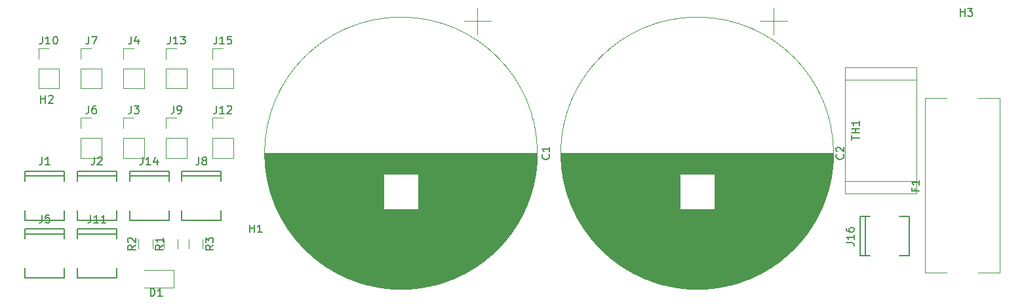
<source format=gbr>
G04 #@! TF.GenerationSoftware,KiCad,Pcbnew,5.0.1-33cea8e~68~ubuntu16.04.1*
G04 #@! TF.CreationDate,2019-04-14T14:52:50-04:00*
G04 #@! TF.ProjectId,filterbuffer,66696C7465726275666665722E6B6963,rev?*
G04 #@! TF.SameCoordinates,Original*
G04 #@! TF.FileFunction,Legend,Top*
G04 #@! TF.FilePolarity,Positive*
%FSLAX46Y46*%
G04 Gerber Fmt 4.6, Leading zero omitted, Abs format (unit mm)*
G04 Created by KiCad (PCBNEW 5.0.1-33cea8e~68~ubuntu16.04.1) date Sun 14 Apr 2019 14:52:50 EDT*
%MOMM*%
%LPD*%
G01*
G04 APERTURE LIST*
%ADD10C,0.120000*%
%ADD11C,0.150000*%
G04 APERTURE END LIST*
D10*
G04 #@! TO.C,C1*
X125320000Y-118200000D02*
G75*
G03X125320000Y-118200000I-17620000J0D01*
G01*
X125280000Y-118200000D02*
X90120000Y-118200000D01*
X125280000Y-118240000D02*
X90120000Y-118240000D01*
X125280000Y-118280000D02*
X90120000Y-118280000D01*
X125280000Y-118320000D02*
X90120000Y-118320000D01*
X125280000Y-118360000D02*
X90120000Y-118360000D01*
X125279000Y-118400000D02*
X90121000Y-118400000D01*
X125279000Y-118440000D02*
X90121000Y-118440000D01*
X125278000Y-118480000D02*
X90122000Y-118480000D01*
X125278000Y-118520000D02*
X90122000Y-118520000D01*
X125277000Y-118560000D02*
X90123000Y-118560000D01*
X125276000Y-118600000D02*
X90124000Y-118600000D01*
X125275000Y-118640000D02*
X90125000Y-118640000D01*
X125274000Y-118680000D02*
X90126000Y-118680000D01*
X125273000Y-118720000D02*
X90127000Y-118720000D01*
X125272000Y-118760000D02*
X90128000Y-118760000D01*
X125270000Y-118800000D02*
X90130000Y-118800000D01*
X125269000Y-118840000D02*
X90131000Y-118840000D01*
X125267000Y-118880000D02*
X90133000Y-118880000D01*
X125266000Y-118921000D02*
X90134000Y-118921000D01*
X125264000Y-118961000D02*
X90136000Y-118961000D01*
X125262000Y-119001000D02*
X90138000Y-119001000D01*
X125260000Y-119041000D02*
X90140000Y-119041000D01*
X125259000Y-119081000D02*
X90141000Y-119081000D01*
X125256000Y-119121000D02*
X90144000Y-119121000D01*
X125254000Y-119161000D02*
X90146000Y-119161000D01*
X125252000Y-119201000D02*
X90148000Y-119201000D01*
X125250000Y-119241000D02*
X90150000Y-119241000D01*
X125247000Y-119281000D02*
X90153000Y-119281000D01*
X125245000Y-119321000D02*
X90155000Y-119321000D01*
X125242000Y-119361000D02*
X90158000Y-119361000D01*
X125240000Y-119401000D02*
X90160000Y-119401000D01*
X125237000Y-119441000D02*
X90163000Y-119441000D01*
X125234000Y-119481000D02*
X90166000Y-119481000D01*
X125231000Y-119521000D02*
X90169000Y-119521000D01*
X125228000Y-119561000D02*
X90172000Y-119561000D01*
X125225000Y-119601000D02*
X90175000Y-119601000D01*
X125222000Y-119641000D02*
X90178000Y-119641000D01*
X125218000Y-119681000D02*
X90182000Y-119681000D01*
X125215000Y-119721000D02*
X90185000Y-119721000D01*
X125211000Y-119761000D02*
X90189000Y-119761000D01*
X125208000Y-119801000D02*
X90192000Y-119801000D01*
X125204000Y-119841000D02*
X90196000Y-119841000D01*
X125200000Y-119881000D02*
X90200000Y-119881000D01*
X125196000Y-119921000D02*
X90204000Y-119921000D01*
X125192000Y-119961000D02*
X90208000Y-119961000D01*
X125188000Y-120001000D02*
X90212000Y-120001000D01*
X125184000Y-120041000D02*
X90216000Y-120041000D01*
X125180000Y-120081000D02*
X90220000Y-120081000D01*
X125176000Y-120121000D02*
X90224000Y-120121000D01*
X125171000Y-120161000D02*
X90229000Y-120161000D01*
X125167000Y-120201000D02*
X90233000Y-120201000D01*
X125162000Y-120241000D02*
X90238000Y-120241000D01*
X125157000Y-120281000D02*
X90243000Y-120281000D01*
X125152000Y-120321000D02*
X90248000Y-120321000D01*
X125148000Y-120361000D02*
X90252000Y-120361000D01*
X125143000Y-120401000D02*
X90257000Y-120401000D01*
X125138000Y-120441000D02*
X90262000Y-120441000D01*
X125132000Y-120481000D02*
X90268000Y-120481000D01*
X125127000Y-120521000D02*
X90273000Y-120521000D01*
X125122000Y-120561000D02*
X90278000Y-120561000D01*
X125116000Y-120601000D02*
X90284000Y-120601000D01*
X125111000Y-120641000D02*
X90289000Y-120641000D01*
X125105000Y-120681000D02*
X90295000Y-120681000D01*
X125099000Y-120721000D02*
X90301000Y-120721000D01*
X125094000Y-120761000D02*
X90306000Y-120761000D01*
X125088000Y-120801000D02*
X90312000Y-120801000D01*
X125082000Y-120841000D02*
X90318000Y-120841000D01*
X125075000Y-120881000D02*
X90325000Y-120881000D01*
X125069000Y-120921000D02*
X90331000Y-120921000D01*
X125063000Y-120961000D02*
X109940000Y-120961000D01*
X105460000Y-120961000D02*
X90337000Y-120961000D01*
X125057000Y-121001000D02*
X109940000Y-121001000D01*
X105460000Y-121001000D02*
X90343000Y-121001000D01*
X125050000Y-121041000D02*
X109940000Y-121041000D01*
X105460000Y-121041000D02*
X90350000Y-121041000D01*
X125044000Y-121081000D02*
X109940000Y-121081000D01*
X105460000Y-121081000D02*
X90356000Y-121081000D01*
X125037000Y-121121000D02*
X109940000Y-121121000D01*
X105460000Y-121121000D02*
X90363000Y-121121000D01*
X125030000Y-121161000D02*
X109940000Y-121161000D01*
X105460000Y-121161000D02*
X90370000Y-121161000D01*
X125023000Y-121201000D02*
X109940000Y-121201000D01*
X105460000Y-121201000D02*
X90377000Y-121201000D01*
X125016000Y-121241000D02*
X109940000Y-121241000D01*
X105460000Y-121241000D02*
X90384000Y-121241000D01*
X125009000Y-121281000D02*
X109940000Y-121281000D01*
X105460000Y-121281000D02*
X90391000Y-121281000D01*
X125002000Y-121321000D02*
X109940000Y-121321000D01*
X105460000Y-121321000D02*
X90398000Y-121321000D01*
X124995000Y-121361000D02*
X109940000Y-121361000D01*
X105460000Y-121361000D02*
X90405000Y-121361000D01*
X124987000Y-121401000D02*
X109940000Y-121401000D01*
X105460000Y-121401000D02*
X90413000Y-121401000D01*
X124980000Y-121441000D02*
X109940000Y-121441000D01*
X105460000Y-121441000D02*
X90420000Y-121441000D01*
X124973000Y-121481000D02*
X109940000Y-121481000D01*
X105460000Y-121481000D02*
X90427000Y-121481000D01*
X124965000Y-121521000D02*
X109940000Y-121521000D01*
X105460000Y-121521000D02*
X90435000Y-121521000D01*
X124957000Y-121561000D02*
X109940000Y-121561000D01*
X105460000Y-121561000D02*
X90443000Y-121561000D01*
X124949000Y-121601000D02*
X109940000Y-121601000D01*
X105460000Y-121601000D02*
X90451000Y-121601000D01*
X124941000Y-121641000D02*
X109940000Y-121641000D01*
X105460000Y-121641000D02*
X90459000Y-121641000D01*
X124933000Y-121681000D02*
X109940000Y-121681000D01*
X105460000Y-121681000D02*
X90467000Y-121681000D01*
X124925000Y-121721000D02*
X109940000Y-121721000D01*
X105460000Y-121721000D02*
X90475000Y-121721000D01*
X124917000Y-121761000D02*
X109940000Y-121761000D01*
X105460000Y-121761000D02*
X90483000Y-121761000D01*
X124909000Y-121801000D02*
X109940000Y-121801000D01*
X105460000Y-121801000D02*
X90491000Y-121801000D01*
X124900000Y-121841000D02*
X109940000Y-121841000D01*
X105460000Y-121841000D02*
X90500000Y-121841000D01*
X124892000Y-121881000D02*
X109940000Y-121881000D01*
X105460000Y-121881000D02*
X90508000Y-121881000D01*
X124883000Y-121921000D02*
X109940000Y-121921000D01*
X105460000Y-121921000D02*
X90517000Y-121921000D01*
X124875000Y-121961000D02*
X109940000Y-121961000D01*
X105460000Y-121961000D02*
X90525000Y-121961000D01*
X124866000Y-122001000D02*
X109940000Y-122001000D01*
X105460000Y-122001000D02*
X90534000Y-122001000D01*
X124857000Y-122041000D02*
X109940000Y-122041000D01*
X105460000Y-122041000D02*
X90543000Y-122041000D01*
X124848000Y-122081000D02*
X109940000Y-122081000D01*
X105460000Y-122081000D02*
X90552000Y-122081000D01*
X124839000Y-122121000D02*
X109940000Y-122121000D01*
X105460000Y-122121000D02*
X90561000Y-122121000D01*
X124830000Y-122161000D02*
X109940000Y-122161000D01*
X105460000Y-122161000D02*
X90570000Y-122161000D01*
X124820000Y-122201000D02*
X109940000Y-122201000D01*
X105460000Y-122201000D02*
X90580000Y-122201000D01*
X124811000Y-122241000D02*
X109940000Y-122241000D01*
X105460000Y-122241000D02*
X90589000Y-122241000D01*
X124802000Y-122281000D02*
X109940000Y-122281000D01*
X105460000Y-122281000D02*
X90598000Y-122281000D01*
X124792000Y-122321000D02*
X109940000Y-122321000D01*
X105460000Y-122321000D02*
X90608000Y-122321000D01*
X124782000Y-122361000D02*
X109940000Y-122361000D01*
X105460000Y-122361000D02*
X90618000Y-122361000D01*
X124773000Y-122401000D02*
X109940000Y-122401000D01*
X105460000Y-122401000D02*
X90627000Y-122401000D01*
X124763000Y-122441000D02*
X109940000Y-122441000D01*
X105460000Y-122441000D02*
X90637000Y-122441000D01*
X124753000Y-122481000D02*
X109940000Y-122481000D01*
X105460000Y-122481000D02*
X90647000Y-122481000D01*
X124743000Y-122521000D02*
X109940000Y-122521000D01*
X105460000Y-122521000D02*
X90657000Y-122521000D01*
X124733000Y-122561000D02*
X109940000Y-122561000D01*
X105460000Y-122561000D02*
X90667000Y-122561000D01*
X124722000Y-122601000D02*
X109940000Y-122601000D01*
X105460000Y-122601000D02*
X90678000Y-122601000D01*
X124712000Y-122641000D02*
X109940000Y-122641000D01*
X105460000Y-122641000D02*
X90688000Y-122641000D01*
X124701000Y-122681000D02*
X109940000Y-122681000D01*
X105460000Y-122681000D02*
X90699000Y-122681000D01*
X124691000Y-122721000D02*
X109940000Y-122721000D01*
X105460000Y-122721000D02*
X90709000Y-122721000D01*
X124680000Y-122761000D02*
X109940000Y-122761000D01*
X105460000Y-122761000D02*
X90720000Y-122761000D01*
X124669000Y-122801000D02*
X109940000Y-122801000D01*
X105460000Y-122801000D02*
X90731000Y-122801000D01*
X124659000Y-122841000D02*
X109940000Y-122841000D01*
X105460000Y-122841000D02*
X90741000Y-122841000D01*
X124648000Y-122881000D02*
X109940000Y-122881000D01*
X105460000Y-122881000D02*
X90752000Y-122881000D01*
X124637000Y-122921000D02*
X109940000Y-122921000D01*
X105460000Y-122921000D02*
X90763000Y-122921000D01*
X124625000Y-122961000D02*
X109940000Y-122961000D01*
X105460000Y-122961000D02*
X90775000Y-122961000D01*
X124614000Y-123001000D02*
X109940000Y-123001000D01*
X105460000Y-123001000D02*
X90786000Y-123001000D01*
X124603000Y-123041000D02*
X109940000Y-123041000D01*
X105460000Y-123041000D02*
X90797000Y-123041000D01*
X124591000Y-123081000D02*
X109940000Y-123081000D01*
X105460000Y-123081000D02*
X90809000Y-123081000D01*
X124580000Y-123121000D02*
X109940000Y-123121000D01*
X105460000Y-123121000D02*
X90820000Y-123121000D01*
X124568000Y-123161000D02*
X109940000Y-123161000D01*
X105460000Y-123161000D02*
X90832000Y-123161000D01*
X124556000Y-123201000D02*
X109940000Y-123201000D01*
X105460000Y-123201000D02*
X90844000Y-123201000D01*
X124544000Y-123241000D02*
X109940000Y-123241000D01*
X105460000Y-123241000D02*
X90856000Y-123241000D01*
X124532000Y-123281000D02*
X109940000Y-123281000D01*
X105460000Y-123281000D02*
X90868000Y-123281000D01*
X124520000Y-123321000D02*
X109940000Y-123321000D01*
X105460000Y-123321000D02*
X90880000Y-123321000D01*
X124508000Y-123361000D02*
X109940000Y-123361000D01*
X105460000Y-123361000D02*
X90892000Y-123361000D01*
X124496000Y-123401000D02*
X109940000Y-123401000D01*
X105460000Y-123401000D02*
X90904000Y-123401000D01*
X124483000Y-123441000D02*
X109940000Y-123441000D01*
X105460000Y-123441000D02*
X90917000Y-123441000D01*
X124471000Y-123481000D02*
X109940000Y-123481000D01*
X105460000Y-123481000D02*
X90929000Y-123481000D01*
X124458000Y-123521000D02*
X109940000Y-123521000D01*
X105460000Y-123521000D02*
X90942000Y-123521000D01*
X124445000Y-123561000D02*
X109940000Y-123561000D01*
X105460000Y-123561000D02*
X90955000Y-123561000D01*
X124433000Y-123601000D02*
X109940000Y-123601000D01*
X105460000Y-123601000D02*
X90967000Y-123601000D01*
X124420000Y-123641000D02*
X109940000Y-123641000D01*
X105460000Y-123641000D02*
X90980000Y-123641000D01*
X124407000Y-123681000D02*
X109940000Y-123681000D01*
X105460000Y-123681000D02*
X90993000Y-123681000D01*
X124394000Y-123721000D02*
X109940000Y-123721000D01*
X105460000Y-123721000D02*
X91006000Y-123721000D01*
X124380000Y-123761000D02*
X109940000Y-123761000D01*
X105460000Y-123761000D02*
X91020000Y-123761000D01*
X124367000Y-123801000D02*
X109940000Y-123801000D01*
X105460000Y-123801000D02*
X91033000Y-123801000D01*
X124353000Y-123841000D02*
X109940000Y-123841000D01*
X105460000Y-123841000D02*
X91047000Y-123841000D01*
X124340000Y-123881000D02*
X109940000Y-123881000D01*
X105460000Y-123881000D02*
X91060000Y-123881000D01*
X124326000Y-123921000D02*
X109940000Y-123921000D01*
X105460000Y-123921000D02*
X91074000Y-123921000D01*
X124312000Y-123961000D02*
X109940000Y-123961000D01*
X105460000Y-123961000D02*
X91088000Y-123961000D01*
X124299000Y-124001000D02*
X109940000Y-124001000D01*
X105460000Y-124001000D02*
X91101000Y-124001000D01*
X124285000Y-124041000D02*
X109940000Y-124041000D01*
X105460000Y-124041000D02*
X91115000Y-124041000D01*
X124270000Y-124081000D02*
X109940000Y-124081000D01*
X105460000Y-124081000D02*
X91130000Y-124081000D01*
X124256000Y-124121000D02*
X109940000Y-124121000D01*
X105460000Y-124121000D02*
X91144000Y-124121000D01*
X124242000Y-124161000D02*
X109940000Y-124161000D01*
X105460000Y-124161000D02*
X91158000Y-124161000D01*
X124227000Y-124201000D02*
X109940000Y-124201000D01*
X105460000Y-124201000D02*
X91173000Y-124201000D01*
X124213000Y-124241000D02*
X109940000Y-124241000D01*
X105460000Y-124241000D02*
X91187000Y-124241000D01*
X124198000Y-124281000D02*
X109940000Y-124281000D01*
X105460000Y-124281000D02*
X91202000Y-124281000D01*
X124184000Y-124321000D02*
X109940000Y-124321000D01*
X105460000Y-124321000D02*
X91216000Y-124321000D01*
X124169000Y-124361000D02*
X109940000Y-124361000D01*
X105460000Y-124361000D02*
X91231000Y-124361000D01*
X124154000Y-124401000D02*
X109940000Y-124401000D01*
X105460000Y-124401000D02*
X91246000Y-124401000D01*
X124139000Y-124441000D02*
X109940000Y-124441000D01*
X105460000Y-124441000D02*
X91261000Y-124441000D01*
X124123000Y-124481000D02*
X109940000Y-124481000D01*
X105460000Y-124481000D02*
X91277000Y-124481000D01*
X124108000Y-124521000D02*
X109940000Y-124521000D01*
X105460000Y-124521000D02*
X91292000Y-124521000D01*
X124093000Y-124561000D02*
X109940000Y-124561000D01*
X105460000Y-124561000D02*
X91307000Y-124561000D01*
X124077000Y-124601000D02*
X109940000Y-124601000D01*
X105460000Y-124601000D02*
X91323000Y-124601000D01*
X124061000Y-124641000D02*
X109940000Y-124641000D01*
X105460000Y-124641000D02*
X91339000Y-124641000D01*
X124046000Y-124681000D02*
X109940000Y-124681000D01*
X105460000Y-124681000D02*
X91354000Y-124681000D01*
X124030000Y-124721000D02*
X109940000Y-124721000D01*
X105460000Y-124721000D02*
X91370000Y-124721000D01*
X124014000Y-124761000D02*
X109940000Y-124761000D01*
X105460000Y-124761000D02*
X91386000Y-124761000D01*
X123998000Y-124801000D02*
X109940000Y-124801000D01*
X105460000Y-124801000D02*
X91402000Y-124801000D01*
X123981000Y-124841000D02*
X109940000Y-124841000D01*
X105460000Y-124841000D02*
X91419000Y-124841000D01*
X123965000Y-124881000D02*
X109940000Y-124881000D01*
X105460000Y-124881000D02*
X91435000Y-124881000D01*
X123949000Y-124921000D02*
X109940000Y-124921000D01*
X105460000Y-124921000D02*
X91451000Y-124921000D01*
X123932000Y-124961000D02*
X109940000Y-124961000D01*
X105460000Y-124961000D02*
X91468000Y-124961000D01*
X123915000Y-125001000D02*
X109940000Y-125001000D01*
X105460000Y-125001000D02*
X91485000Y-125001000D01*
X123899000Y-125041000D02*
X109940000Y-125041000D01*
X105460000Y-125041000D02*
X91501000Y-125041000D01*
X123882000Y-125081000D02*
X109940000Y-125081000D01*
X105460000Y-125081000D02*
X91518000Y-125081000D01*
X123865000Y-125121000D02*
X109940000Y-125121000D01*
X105460000Y-125121000D02*
X91535000Y-125121000D01*
X123848000Y-125161000D02*
X109940000Y-125161000D01*
X105460000Y-125161000D02*
X91552000Y-125161000D01*
X123830000Y-125201000D02*
X109940000Y-125201000D01*
X105460000Y-125201000D02*
X91570000Y-125201000D01*
X123813000Y-125241000D02*
X109940000Y-125241000D01*
X105460000Y-125241000D02*
X91587000Y-125241000D01*
X123795000Y-125281000D02*
X109940000Y-125281000D01*
X105460000Y-125281000D02*
X91605000Y-125281000D01*
X123778000Y-125321000D02*
X109940000Y-125321000D01*
X105460000Y-125321000D02*
X91622000Y-125321000D01*
X123760000Y-125361000D02*
X109940000Y-125361000D01*
X105460000Y-125361000D02*
X91640000Y-125361000D01*
X123742000Y-125401000D02*
X109940000Y-125401000D01*
X105460000Y-125401000D02*
X91658000Y-125401000D01*
X123724000Y-125441000D02*
X91676000Y-125441000D01*
X123706000Y-125481000D02*
X91694000Y-125481000D01*
X123688000Y-125521000D02*
X91712000Y-125521000D01*
X123670000Y-125561000D02*
X91730000Y-125561000D01*
X123651000Y-125601000D02*
X91749000Y-125601000D01*
X123633000Y-125641000D02*
X91767000Y-125641000D01*
X123614000Y-125681000D02*
X91786000Y-125681000D01*
X123595000Y-125721000D02*
X91805000Y-125721000D01*
X123576000Y-125761000D02*
X91824000Y-125761000D01*
X123557000Y-125801000D02*
X91843000Y-125801000D01*
X123538000Y-125841000D02*
X91862000Y-125841000D01*
X123519000Y-125881000D02*
X91881000Y-125881000D01*
X123499000Y-125921000D02*
X91901000Y-125921000D01*
X123480000Y-125961000D02*
X91920000Y-125961000D01*
X123460000Y-126001000D02*
X91940000Y-126001000D01*
X123440000Y-126041000D02*
X91960000Y-126041000D01*
X123420000Y-126081000D02*
X91980000Y-126081000D01*
X123400000Y-126121000D02*
X92000000Y-126121000D01*
X123380000Y-126161000D02*
X92020000Y-126161000D01*
X123360000Y-126201000D02*
X92040000Y-126201000D01*
X123339000Y-126241000D02*
X92061000Y-126241000D01*
X123319000Y-126281000D02*
X92081000Y-126281000D01*
X123298000Y-126321000D02*
X92102000Y-126321000D01*
X123277000Y-126361000D02*
X92123000Y-126361000D01*
X123256000Y-126400000D02*
X92144000Y-126400000D01*
X123235000Y-126440000D02*
X92165000Y-126440000D01*
X123214000Y-126480000D02*
X92186000Y-126480000D01*
X123192000Y-126520000D02*
X92208000Y-126520000D01*
X123171000Y-126560000D02*
X92229000Y-126560000D01*
X123149000Y-126600000D02*
X92251000Y-126600000D01*
X123128000Y-126640000D02*
X92272000Y-126640000D01*
X123106000Y-126680000D02*
X92294000Y-126680000D01*
X123084000Y-126720000D02*
X92316000Y-126720000D01*
X123061000Y-126760000D02*
X92339000Y-126760000D01*
X123039000Y-126800000D02*
X92361000Y-126800000D01*
X123017000Y-126840000D02*
X92383000Y-126840000D01*
X122994000Y-126880000D02*
X92406000Y-126880000D01*
X122971000Y-126920000D02*
X92429000Y-126920000D01*
X122949000Y-126960000D02*
X92451000Y-126960000D01*
X122926000Y-127000000D02*
X92474000Y-127000000D01*
X122903000Y-127040000D02*
X92497000Y-127040000D01*
X122879000Y-127080000D02*
X92521000Y-127080000D01*
X122856000Y-127120000D02*
X92544000Y-127120000D01*
X122832000Y-127160000D02*
X92568000Y-127160000D01*
X122809000Y-127200000D02*
X92591000Y-127200000D01*
X122785000Y-127240000D02*
X92615000Y-127240000D01*
X122761000Y-127280000D02*
X92639000Y-127280000D01*
X122737000Y-127320000D02*
X92663000Y-127320000D01*
X122712000Y-127360000D02*
X92688000Y-127360000D01*
X122688000Y-127400000D02*
X92712000Y-127400000D01*
X122663000Y-127440000D02*
X92737000Y-127440000D01*
X122639000Y-127480000D02*
X92761000Y-127480000D01*
X122614000Y-127520000D02*
X92786000Y-127520000D01*
X122589000Y-127560000D02*
X92811000Y-127560000D01*
X122564000Y-127600000D02*
X92836000Y-127600000D01*
X122538000Y-127640000D02*
X92862000Y-127640000D01*
X122513000Y-127680000D02*
X92887000Y-127680000D01*
X122487000Y-127720000D02*
X92913000Y-127720000D01*
X122462000Y-127760000D02*
X92938000Y-127760000D01*
X122436000Y-127800000D02*
X92964000Y-127800000D01*
X122410000Y-127840000D02*
X92990000Y-127840000D01*
X122383000Y-127880000D02*
X93017000Y-127880000D01*
X122357000Y-127920000D02*
X93043000Y-127920000D01*
X122330000Y-127960000D02*
X93070000Y-127960000D01*
X122304000Y-128000000D02*
X93096000Y-128000000D01*
X122277000Y-128040000D02*
X93123000Y-128040000D01*
X122250000Y-128080000D02*
X93150000Y-128080000D01*
X122223000Y-128120000D02*
X93177000Y-128120000D01*
X122195000Y-128160000D02*
X93205000Y-128160000D01*
X122168000Y-128200000D02*
X93232000Y-128200000D01*
X122140000Y-128240000D02*
X93260000Y-128240000D01*
X122112000Y-128280000D02*
X93288000Y-128280000D01*
X122084000Y-128320000D02*
X93316000Y-128320000D01*
X122056000Y-128360000D02*
X93344000Y-128360000D01*
X122028000Y-128400000D02*
X93372000Y-128400000D01*
X121999000Y-128440000D02*
X93401000Y-128440000D01*
X121971000Y-128480000D02*
X93429000Y-128480000D01*
X121942000Y-128520000D02*
X93458000Y-128520000D01*
X121913000Y-128560000D02*
X93487000Y-128560000D01*
X121884000Y-128600000D02*
X93516000Y-128600000D01*
X121855000Y-128640000D02*
X93545000Y-128640000D01*
X121825000Y-128680000D02*
X93575000Y-128680000D01*
X121795000Y-128720000D02*
X93605000Y-128720000D01*
X121765000Y-128760000D02*
X93635000Y-128760000D01*
X121735000Y-128800000D02*
X93665000Y-128800000D01*
X121705000Y-128840000D02*
X93695000Y-128840000D01*
X121675000Y-128880000D02*
X93725000Y-128880000D01*
X121644000Y-128920000D02*
X93756000Y-128920000D01*
X121614000Y-128960000D02*
X93786000Y-128960000D01*
X121583000Y-129000000D02*
X93817000Y-129000000D01*
X121551000Y-129040000D02*
X93849000Y-129040000D01*
X121520000Y-129080000D02*
X93880000Y-129080000D01*
X121489000Y-129120000D02*
X93911000Y-129120000D01*
X121457000Y-129160000D02*
X93943000Y-129160000D01*
X121425000Y-129200000D02*
X93975000Y-129200000D01*
X121393000Y-129240000D02*
X94007000Y-129240000D01*
X121361000Y-129280000D02*
X94039000Y-129280000D01*
X121328000Y-129320000D02*
X94072000Y-129320000D01*
X121296000Y-129360000D02*
X94104000Y-129360000D01*
X121263000Y-129400000D02*
X94137000Y-129400000D01*
X121230000Y-129440000D02*
X94170000Y-129440000D01*
X121197000Y-129480000D02*
X94203000Y-129480000D01*
X121163000Y-129520000D02*
X94237000Y-129520000D01*
X121130000Y-129560000D02*
X94270000Y-129560000D01*
X121096000Y-129600000D02*
X94304000Y-129600000D01*
X121062000Y-129640000D02*
X94338000Y-129640000D01*
X121027000Y-129680000D02*
X94373000Y-129680000D01*
X120993000Y-129720000D02*
X94407000Y-129720000D01*
X120958000Y-129760000D02*
X94442000Y-129760000D01*
X120923000Y-129800000D02*
X94477000Y-129800000D01*
X120888000Y-129840000D02*
X94512000Y-129840000D01*
X120853000Y-129880000D02*
X94547000Y-129880000D01*
X120817000Y-129920000D02*
X94583000Y-129920000D01*
X120782000Y-129960000D02*
X94618000Y-129960000D01*
X120746000Y-130000000D02*
X94654000Y-130000000D01*
X120710000Y-130040000D02*
X94690000Y-130040000D01*
X120673000Y-130080000D02*
X94727000Y-130080000D01*
X120637000Y-130120000D02*
X94763000Y-130120000D01*
X120600000Y-130160000D02*
X94800000Y-130160000D01*
X120563000Y-130200000D02*
X94837000Y-130200000D01*
X120525000Y-130240000D02*
X94875000Y-130240000D01*
X120488000Y-130280000D02*
X94912000Y-130280000D01*
X120450000Y-130320000D02*
X94950000Y-130320000D01*
X120412000Y-130360000D02*
X94988000Y-130360000D01*
X120374000Y-130400000D02*
X95026000Y-130400000D01*
X120335000Y-130440000D02*
X95065000Y-130440000D01*
X120296000Y-130480000D02*
X95104000Y-130480000D01*
X120257000Y-130520000D02*
X95143000Y-130520000D01*
X120218000Y-130560000D02*
X95182000Y-130560000D01*
X120179000Y-130600000D02*
X95221000Y-130600000D01*
X120139000Y-130640000D02*
X95261000Y-130640000D01*
X120099000Y-130680000D02*
X95301000Y-130680000D01*
X120059000Y-130720000D02*
X95341000Y-130720000D01*
X120018000Y-130760000D02*
X95382000Y-130760000D01*
X119977000Y-130800000D02*
X95423000Y-130800000D01*
X119936000Y-130840000D02*
X95464000Y-130840000D01*
X119895000Y-130880000D02*
X95505000Y-130880000D01*
X119853000Y-130920000D02*
X95547000Y-130920000D01*
X119811000Y-130960000D02*
X95589000Y-130960000D01*
X119769000Y-131000000D02*
X95631000Y-131000000D01*
X119727000Y-131040000D02*
X95673000Y-131040000D01*
X119684000Y-131080000D02*
X95716000Y-131080000D01*
X119641000Y-131120000D02*
X95759000Y-131120000D01*
X119598000Y-131160000D02*
X95802000Y-131160000D01*
X119554000Y-131200000D02*
X95846000Y-131200000D01*
X119511000Y-131240000D02*
X95889000Y-131240000D01*
X119466000Y-131280000D02*
X95934000Y-131280000D01*
X119422000Y-131320000D02*
X95978000Y-131320000D01*
X119377000Y-131360000D02*
X96023000Y-131360000D01*
X119332000Y-131400000D02*
X96068000Y-131400000D01*
X119287000Y-131440000D02*
X96113000Y-131440000D01*
X119241000Y-131480000D02*
X96159000Y-131480000D01*
X119195000Y-131520000D02*
X96205000Y-131520000D01*
X119149000Y-131560000D02*
X96251000Y-131560000D01*
X119102000Y-131600000D02*
X96298000Y-131600000D01*
X119055000Y-131640000D02*
X96345000Y-131640000D01*
X119007000Y-131680000D02*
X96393000Y-131680000D01*
X118960000Y-131720000D02*
X96440000Y-131720000D01*
X118912000Y-131760000D02*
X96488000Y-131760000D01*
X118863000Y-131800000D02*
X96537000Y-131800000D01*
X118815000Y-131840000D02*
X96585000Y-131840000D01*
X118766000Y-131880000D02*
X96634000Y-131880000D01*
X118716000Y-131920000D02*
X96684000Y-131920000D01*
X118666000Y-131960000D02*
X96734000Y-131960000D01*
X118616000Y-132000000D02*
X96784000Y-132000000D01*
X118565000Y-132040000D02*
X96835000Y-132040000D01*
X118515000Y-132080000D02*
X96885000Y-132080000D01*
X118463000Y-132120000D02*
X96937000Y-132120000D01*
X118411000Y-132160000D02*
X96989000Y-132160000D01*
X118359000Y-132200000D02*
X97041000Y-132200000D01*
X118307000Y-132240000D02*
X97093000Y-132240000D01*
X118254000Y-132280000D02*
X97146000Y-132280000D01*
X118200000Y-132320000D02*
X97200000Y-132320000D01*
X118147000Y-132360000D02*
X97253000Y-132360000D01*
X118092000Y-132400000D02*
X97308000Y-132400000D01*
X118038000Y-132440000D02*
X97362000Y-132440000D01*
X117983000Y-132480000D02*
X97417000Y-132480000D01*
X117927000Y-132520000D02*
X97473000Y-132520000D01*
X117871000Y-132560000D02*
X97529000Y-132560000D01*
X117815000Y-132600000D02*
X97585000Y-132600000D01*
X117758000Y-132640000D02*
X97642000Y-132640000D01*
X117700000Y-132680000D02*
X97700000Y-132680000D01*
X117642000Y-132720000D02*
X97758000Y-132720000D01*
X117584000Y-132760000D02*
X97816000Y-132760000D01*
X117525000Y-132800000D02*
X97875000Y-132800000D01*
X117465000Y-132840000D02*
X97935000Y-132840000D01*
X117405000Y-132880000D02*
X97995000Y-132880000D01*
X117345000Y-132920000D02*
X98055000Y-132920000D01*
X117284000Y-132960000D02*
X98116000Y-132960000D01*
X117222000Y-133000000D02*
X98178000Y-133000000D01*
X117160000Y-133040000D02*
X98240000Y-133040000D01*
X117097000Y-133080000D02*
X98303000Y-133080000D01*
X117034000Y-133120000D02*
X98366000Y-133120000D01*
X116970000Y-133160000D02*
X98430000Y-133160000D01*
X116905000Y-133200000D02*
X98495000Y-133200000D01*
X116840000Y-133240000D02*
X98560000Y-133240000D01*
X116774000Y-133280000D02*
X98626000Y-133280000D01*
X116708000Y-133320000D02*
X98692000Y-133320000D01*
X116640000Y-133360000D02*
X98760000Y-133360000D01*
X116573000Y-133400000D02*
X98827000Y-133400000D01*
X116504000Y-133440000D02*
X98896000Y-133440000D01*
X116435000Y-133480000D02*
X98965000Y-133480000D01*
X116365000Y-133520000D02*
X99035000Y-133520000D01*
X116294000Y-133560000D02*
X99106000Y-133560000D01*
X116222000Y-133600000D02*
X99178000Y-133600000D01*
X116150000Y-133640000D02*
X99250000Y-133640000D01*
X116077000Y-133680000D02*
X99323000Y-133680000D01*
X116003000Y-133720000D02*
X99397000Y-133720000D01*
X115928000Y-133760000D02*
X99472000Y-133760000D01*
X115852000Y-133800000D02*
X99548000Y-133800000D01*
X115776000Y-133840000D02*
X99624000Y-133840000D01*
X115698000Y-133880000D02*
X99702000Y-133880000D01*
X115620000Y-133920000D02*
X99780000Y-133920000D01*
X115540000Y-133960000D02*
X99860000Y-133960000D01*
X115459000Y-134000000D02*
X99941000Y-134000000D01*
X115378000Y-134040000D02*
X100022000Y-134040000D01*
X115295000Y-134080000D02*
X100105000Y-134080000D01*
X115212000Y-134120000D02*
X100188000Y-134120000D01*
X115127000Y-134160000D02*
X100273000Y-134160000D01*
X115041000Y-134200000D02*
X100359000Y-134200000D01*
X114953000Y-134240000D02*
X100447000Y-134240000D01*
X114865000Y-134280000D02*
X100535000Y-134280000D01*
X114775000Y-134320000D02*
X100625000Y-134320000D01*
X114683000Y-134360000D02*
X100717000Y-134360000D01*
X114590000Y-134400000D02*
X100810000Y-134400000D01*
X114496000Y-134440000D02*
X100904000Y-134440000D01*
X114400000Y-134480000D02*
X101000000Y-134480000D01*
X114303000Y-134520000D02*
X101097000Y-134520000D01*
X114204000Y-134560000D02*
X101196000Y-134560000D01*
X114103000Y-134600000D02*
X101297000Y-134600000D01*
X114000000Y-134640000D02*
X101400000Y-134640000D01*
X113895000Y-134680000D02*
X101505000Y-134680000D01*
X113789000Y-134720000D02*
X101611000Y-134720000D01*
X113680000Y-134760000D02*
X101720000Y-134760000D01*
X113568000Y-134800000D02*
X101832000Y-134800000D01*
X113455000Y-134840000D02*
X101945000Y-134840000D01*
X113339000Y-134880000D02*
X102061000Y-134880000D01*
X113220000Y-134920000D02*
X102180000Y-134920000D01*
X113098000Y-134960000D02*
X102302000Y-134960000D01*
X112973000Y-135000000D02*
X102427000Y-135000000D01*
X112845000Y-135040000D02*
X102555000Y-135040000D01*
X112713000Y-135080000D02*
X102687000Y-135080000D01*
X112578000Y-135120000D02*
X102822000Y-135120000D01*
X112438000Y-135160000D02*
X102962000Y-135160000D01*
X112293000Y-135200000D02*
X103107000Y-135200000D01*
X112144000Y-135240000D02*
X103256000Y-135240000D01*
X111989000Y-135280000D02*
X103411000Y-135280000D01*
X111828000Y-135320000D02*
X103572000Y-135320000D01*
X111660000Y-135360000D02*
X103740000Y-135360000D01*
X111485000Y-135400000D02*
X103915000Y-135400000D01*
X111300000Y-135440000D02*
X104100000Y-135440000D01*
X111105000Y-135480000D02*
X104295000Y-135480000D01*
X110898000Y-135520000D02*
X104502000Y-135520000D01*
X110676000Y-135560000D02*
X104724000Y-135560000D01*
X110436000Y-135600000D02*
X104964000Y-135600000D01*
X110173000Y-135640000D02*
X105227000Y-135640000D01*
X109877000Y-135680000D02*
X105523000Y-135680000D01*
X109535000Y-135720000D02*
X105865000Y-135720000D01*
X109113000Y-135760000D02*
X106287000Y-135760000D01*
X108500000Y-135800000D02*
X106900000Y-135800000D01*
X117575000Y-99345998D02*
X117575000Y-102845998D01*
X119325000Y-101095998D02*
X115825000Y-101095998D01*
G04 #@! TO.C,J3*
X71870000Y-118820000D02*
X74530000Y-118820000D01*
X71870000Y-116220000D02*
X71870000Y-118820000D01*
X74530000Y-116220000D02*
X74530000Y-118820000D01*
X71870000Y-116220000D02*
X74530000Y-116220000D01*
X71870000Y-114950000D02*
X71870000Y-113620000D01*
X71870000Y-113620000D02*
X73200000Y-113620000D01*
G04 #@! TO.C,J4*
X71870000Y-104620000D02*
X73200000Y-104620000D01*
X71870000Y-105950000D02*
X71870000Y-104620000D01*
X71870000Y-107220000D02*
X74530000Y-107220000D01*
X74530000Y-107220000D02*
X74530000Y-109820000D01*
X71870000Y-107220000D02*
X71870000Y-109820000D01*
X71870000Y-109820000D02*
X74530000Y-109820000D01*
G04 #@! TO.C,J6*
X66370000Y-118820000D02*
X69030000Y-118820000D01*
X66370000Y-116220000D02*
X66370000Y-118820000D01*
X69030000Y-116220000D02*
X69030000Y-118820000D01*
X66370000Y-116220000D02*
X69030000Y-116220000D01*
X66370000Y-114950000D02*
X66370000Y-113620000D01*
X66370000Y-113620000D02*
X67700000Y-113620000D01*
G04 #@! TO.C,J9*
X77370000Y-113620000D02*
X78700000Y-113620000D01*
X77370000Y-114950000D02*
X77370000Y-113620000D01*
X77370000Y-116220000D02*
X80030000Y-116220000D01*
X80030000Y-116220000D02*
X80030000Y-118820000D01*
X77370000Y-116220000D02*
X77370000Y-118820000D01*
X77370000Y-118820000D02*
X80030000Y-118820000D01*
G04 #@! TO.C,J10*
X60870000Y-109820000D02*
X63530000Y-109820000D01*
X60870000Y-107220000D02*
X60870000Y-109820000D01*
X63530000Y-107220000D02*
X63530000Y-109820000D01*
X60870000Y-107220000D02*
X63530000Y-107220000D01*
X60870000Y-105950000D02*
X60870000Y-104620000D01*
X60870000Y-104620000D02*
X62200000Y-104620000D01*
G04 #@! TO.C,J12*
X83370000Y-113620000D02*
X84700000Y-113620000D01*
X83370000Y-114950000D02*
X83370000Y-113620000D01*
X83370000Y-116220000D02*
X86030000Y-116220000D01*
X86030000Y-116220000D02*
X86030000Y-118820000D01*
X83370000Y-116220000D02*
X83370000Y-118820000D01*
X83370000Y-118820000D02*
X86030000Y-118820000D01*
G04 #@! TO.C,J13*
X77370000Y-109820000D02*
X80030000Y-109820000D01*
X77370000Y-107220000D02*
X77370000Y-109820000D01*
X80030000Y-107220000D02*
X80030000Y-109820000D01*
X77370000Y-107220000D02*
X80030000Y-107220000D01*
X77370000Y-105950000D02*
X77370000Y-104620000D01*
X77370000Y-104620000D02*
X78700000Y-104620000D01*
G04 #@! TO.C,J7*
X66370000Y-104620000D02*
X67700000Y-104620000D01*
X66370000Y-105950000D02*
X66370000Y-104620000D01*
X66370000Y-107220000D02*
X69030000Y-107220000D01*
X69030000Y-107220000D02*
X69030000Y-109820000D01*
X66370000Y-107220000D02*
X66370000Y-109820000D01*
X66370000Y-109820000D02*
X69030000Y-109820000D01*
G04 #@! TO.C,J15*
X83370000Y-109820000D02*
X86030000Y-109820000D01*
X83370000Y-107220000D02*
X83370000Y-109820000D01*
X86030000Y-107220000D02*
X86030000Y-109820000D01*
X83370000Y-107220000D02*
X86030000Y-107220000D01*
X83370000Y-105950000D02*
X83370000Y-104620000D01*
X83370000Y-104620000D02*
X84700000Y-104620000D01*
G04 #@! TO.C,TH1*
X165080000Y-123435000D02*
X165080000Y-107095000D01*
X174320000Y-123435000D02*
X174320000Y-107095000D01*
X165080000Y-123435000D02*
X174320000Y-123435000D01*
X165080000Y-107095000D02*
X174320000Y-107095000D01*
X165080000Y-121816000D02*
X174320000Y-121816000D01*
X165080000Y-108714000D02*
X174320000Y-108714000D01*
G04 #@! TO.C,F1*
X185000000Y-111100000D02*
X182200000Y-111100000D01*
X178200000Y-111100000D02*
X175400000Y-111100000D01*
X178200000Y-133700000D02*
X175400000Y-133700000D01*
X175400000Y-133700000D02*
X175400000Y-111100000D01*
X185000000Y-133700000D02*
X185000000Y-111100000D01*
X185000000Y-133700000D02*
X182200000Y-133700000D01*
G04 #@! TO.C,C2*
X163570000Y-118200000D02*
G75*
G03X163570000Y-118200000I-17620000J0D01*
G01*
X163530000Y-118200000D02*
X128370000Y-118200000D01*
X163530000Y-118240000D02*
X128370000Y-118240000D01*
X163530000Y-118280000D02*
X128370000Y-118280000D01*
X163530000Y-118320000D02*
X128370000Y-118320000D01*
X163530000Y-118360000D02*
X128370000Y-118360000D01*
X163529000Y-118400000D02*
X128371000Y-118400000D01*
X163529000Y-118440000D02*
X128371000Y-118440000D01*
X163528000Y-118480000D02*
X128372000Y-118480000D01*
X163528000Y-118520000D02*
X128372000Y-118520000D01*
X163527000Y-118560000D02*
X128373000Y-118560000D01*
X163526000Y-118600000D02*
X128374000Y-118600000D01*
X163525000Y-118640000D02*
X128375000Y-118640000D01*
X163524000Y-118680000D02*
X128376000Y-118680000D01*
X163523000Y-118720000D02*
X128377000Y-118720000D01*
X163522000Y-118760000D02*
X128378000Y-118760000D01*
X163520000Y-118800000D02*
X128380000Y-118800000D01*
X163519000Y-118840000D02*
X128381000Y-118840000D01*
X163517000Y-118880000D02*
X128383000Y-118880000D01*
X163516000Y-118921000D02*
X128384000Y-118921000D01*
X163514000Y-118961000D02*
X128386000Y-118961000D01*
X163512000Y-119001000D02*
X128388000Y-119001000D01*
X163510000Y-119041000D02*
X128390000Y-119041000D01*
X163509000Y-119081000D02*
X128391000Y-119081000D01*
X163506000Y-119121000D02*
X128394000Y-119121000D01*
X163504000Y-119161000D02*
X128396000Y-119161000D01*
X163502000Y-119201000D02*
X128398000Y-119201000D01*
X163500000Y-119241000D02*
X128400000Y-119241000D01*
X163497000Y-119281000D02*
X128403000Y-119281000D01*
X163495000Y-119321000D02*
X128405000Y-119321000D01*
X163492000Y-119361000D02*
X128408000Y-119361000D01*
X163490000Y-119401000D02*
X128410000Y-119401000D01*
X163487000Y-119441000D02*
X128413000Y-119441000D01*
X163484000Y-119481000D02*
X128416000Y-119481000D01*
X163481000Y-119521000D02*
X128419000Y-119521000D01*
X163478000Y-119561000D02*
X128422000Y-119561000D01*
X163475000Y-119601000D02*
X128425000Y-119601000D01*
X163472000Y-119641000D02*
X128428000Y-119641000D01*
X163468000Y-119681000D02*
X128432000Y-119681000D01*
X163465000Y-119721000D02*
X128435000Y-119721000D01*
X163461000Y-119761000D02*
X128439000Y-119761000D01*
X163458000Y-119801000D02*
X128442000Y-119801000D01*
X163454000Y-119841000D02*
X128446000Y-119841000D01*
X163450000Y-119881000D02*
X128450000Y-119881000D01*
X163446000Y-119921000D02*
X128454000Y-119921000D01*
X163442000Y-119961000D02*
X128458000Y-119961000D01*
X163438000Y-120001000D02*
X128462000Y-120001000D01*
X163434000Y-120041000D02*
X128466000Y-120041000D01*
X163430000Y-120081000D02*
X128470000Y-120081000D01*
X163426000Y-120121000D02*
X128474000Y-120121000D01*
X163421000Y-120161000D02*
X128479000Y-120161000D01*
X163417000Y-120201000D02*
X128483000Y-120201000D01*
X163412000Y-120241000D02*
X128488000Y-120241000D01*
X163407000Y-120281000D02*
X128493000Y-120281000D01*
X163402000Y-120321000D02*
X128498000Y-120321000D01*
X163398000Y-120361000D02*
X128502000Y-120361000D01*
X163393000Y-120401000D02*
X128507000Y-120401000D01*
X163388000Y-120441000D02*
X128512000Y-120441000D01*
X163382000Y-120481000D02*
X128518000Y-120481000D01*
X163377000Y-120521000D02*
X128523000Y-120521000D01*
X163372000Y-120561000D02*
X128528000Y-120561000D01*
X163366000Y-120601000D02*
X128534000Y-120601000D01*
X163361000Y-120641000D02*
X128539000Y-120641000D01*
X163355000Y-120681000D02*
X128545000Y-120681000D01*
X163349000Y-120721000D02*
X128551000Y-120721000D01*
X163344000Y-120761000D02*
X128556000Y-120761000D01*
X163338000Y-120801000D02*
X128562000Y-120801000D01*
X163332000Y-120841000D02*
X128568000Y-120841000D01*
X163325000Y-120881000D02*
X128575000Y-120881000D01*
X163319000Y-120921000D02*
X128581000Y-120921000D01*
X163313000Y-120961000D02*
X148190000Y-120961000D01*
X143710000Y-120961000D02*
X128587000Y-120961000D01*
X163307000Y-121001000D02*
X148190000Y-121001000D01*
X143710000Y-121001000D02*
X128593000Y-121001000D01*
X163300000Y-121041000D02*
X148190000Y-121041000D01*
X143710000Y-121041000D02*
X128600000Y-121041000D01*
X163294000Y-121081000D02*
X148190000Y-121081000D01*
X143710000Y-121081000D02*
X128606000Y-121081000D01*
X163287000Y-121121000D02*
X148190000Y-121121000D01*
X143710000Y-121121000D02*
X128613000Y-121121000D01*
X163280000Y-121161000D02*
X148190000Y-121161000D01*
X143710000Y-121161000D02*
X128620000Y-121161000D01*
X163273000Y-121201000D02*
X148190000Y-121201000D01*
X143710000Y-121201000D02*
X128627000Y-121201000D01*
X163266000Y-121241000D02*
X148190000Y-121241000D01*
X143710000Y-121241000D02*
X128634000Y-121241000D01*
X163259000Y-121281000D02*
X148190000Y-121281000D01*
X143710000Y-121281000D02*
X128641000Y-121281000D01*
X163252000Y-121321000D02*
X148190000Y-121321000D01*
X143710000Y-121321000D02*
X128648000Y-121321000D01*
X163245000Y-121361000D02*
X148190000Y-121361000D01*
X143710000Y-121361000D02*
X128655000Y-121361000D01*
X163237000Y-121401000D02*
X148190000Y-121401000D01*
X143710000Y-121401000D02*
X128663000Y-121401000D01*
X163230000Y-121441000D02*
X148190000Y-121441000D01*
X143710000Y-121441000D02*
X128670000Y-121441000D01*
X163223000Y-121481000D02*
X148190000Y-121481000D01*
X143710000Y-121481000D02*
X128677000Y-121481000D01*
X163215000Y-121521000D02*
X148190000Y-121521000D01*
X143710000Y-121521000D02*
X128685000Y-121521000D01*
X163207000Y-121561000D02*
X148190000Y-121561000D01*
X143710000Y-121561000D02*
X128693000Y-121561000D01*
X163199000Y-121601000D02*
X148190000Y-121601000D01*
X143710000Y-121601000D02*
X128701000Y-121601000D01*
X163191000Y-121641000D02*
X148190000Y-121641000D01*
X143710000Y-121641000D02*
X128709000Y-121641000D01*
X163183000Y-121681000D02*
X148190000Y-121681000D01*
X143710000Y-121681000D02*
X128717000Y-121681000D01*
X163175000Y-121721000D02*
X148190000Y-121721000D01*
X143710000Y-121721000D02*
X128725000Y-121721000D01*
X163167000Y-121761000D02*
X148190000Y-121761000D01*
X143710000Y-121761000D02*
X128733000Y-121761000D01*
X163159000Y-121801000D02*
X148190000Y-121801000D01*
X143710000Y-121801000D02*
X128741000Y-121801000D01*
X163150000Y-121841000D02*
X148190000Y-121841000D01*
X143710000Y-121841000D02*
X128750000Y-121841000D01*
X163142000Y-121881000D02*
X148190000Y-121881000D01*
X143710000Y-121881000D02*
X128758000Y-121881000D01*
X163133000Y-121921000D02*
X148190000Y-121921000D01*
X143710000Y-121921000D02*
X128767000Y-121921000D01*
X163125000Y-121961000D02*
X148190000Y-121961000D01*
X143710000Y-121961000D02*
X128775000Y-121961000D01*
X163116000Y-122001000D02*
X148190000Y-122001000D01*
X143710000Y-122001000D02*
X128784000Y-122001000D01*
X163107000Y-122041000D02*
X148190000Y-122041000D01*
X143710000Y-122041000D02*
X128793000Y-122041000D01*
X163098000Y-122081000D02*
X148190000Y-122081000D01*
X143710000Y-122081000D02*
X128802000Y-122081000D01*
X163089000Y-122121000D02*
X148190000Y-122121000D01*
X143710000Y-122121000D02*
X128811000Y-122121000D01*
X163080000Y-122161000D02*
X148190000Y-122161000D01*
X143710000Y-122161000D02*
X128820000Y-122161000D01*
X163070000Y-122201000D02*
X148190000Y-122201000D01*
X143710000Y-122201000D02*
X128830000Y-122201000D01*
X163061000Y-122241000D02*
X148190000Y-122241000D01*
X143710000Y-122241000D02*
X128839000Y-122241000D01*
X163052000Y-122281000D02*
X148190000Y-122281000D01*
X143710000Y-122281000D02*
X128848000Y-122281000D01*
X163042000Y-122321000D02*
X148190000Y-122321000D01*
X143710000Y-122321000D02*
X128858000Y-122321000D01*
X163032000Y-122361000D02*
X148190000Y-122361000D01*
X143710000Y-122361000D02*
X128868000Y-122361000D01*
X163023000Y-122401000D02*
X148190000Y-122401000D01*
X143710000Y-122401000D02*
X128877000Y-122401000D01*
X163013000Y-122441000D02*
X148190000Y-122441000D01*
X143710000Y-122441000D02*
X128887000Y-122441000D01*
X163003000Y-122481000D02*
X148190000Y-122481000D01*
X143710000Y-122481000D02*
X128897000Y-122481000D01*
X162993000Y-122521000D02*
X148190000Y-122521000D01*
X143710000Y-122521000D02*
X128907000Y-122521000D01*
X162983000Y-122561000D02*
X148190000Y-122561000D01*
X143710000Y-122561000D02*
X128917000Y-122561000D01*
X162972000Y-122601000D02*
X148190000Y-122601000D01*
X143710000Y-122601000D02*
X128928000Y-122601000D01*
X162962000Y-122641000D02*
X148190000Y-122641000D01*
X143710000Y-122641000D02*
X128938000Y-122641000D01*
X162951000Y-122681000D02*
X148190000Y-122681000D01*
X143710000Y-122681000D02*
X128949000Y-122681000D01*
X162941000Y-122721000D02*
X148190000Y-122721000D01*
X143710000Y-122721000D02*
X128959000Y-122721000D01*
X162930000Y-122761000D02*
X148190000Y-122761000D01*
X143710000Y-122761000D02*
X128970000Y-122761000D01*
X162919000Y-122801000D02*
X148190000Y-122801000D01*
X143710000Y-122801000D02*
X128981000Y-122801000D01*
X162909000Y-122841000D02*
X148190000Y-122841000D01*
X143710000Y-122841000D02*
X128991000Y-122841000D01*
X162898000Y-122881000D02*
X148190000Y-122881000D01*
X143710000Y-122881000D02*
X129002000Y-122881000D01*
X162887000Y-122921000D02*
X148190000Y-122921000D01*
X143710000Y-122921000D02*
X129013000Y-122921000D01*
X162875000Y-122961000D02*
X148190000Y-122961000D01*
X143710000Y-122961000D02*
X129025000Y-122961000D01*
X162864000Y-123001000D02*
X148190000Y-123001000D01*
X143710000Y-123001000D02*
X129036000Y-123001000D01*
X162853000Y-123041000D02*
X148190000Y-123041000D01*
X143710000Y-123041000D02*
X129047000Y-123041000D01*
X162841000Y-123081000D02*
X148190000Y-123081000D01*
X143710000Y-123081000D02*
X129059000Y-123081000D01*
X162830000Y-123121000D02*
X148190000Y-123121000D01*
X143710000Y-123121000D02*
X129070000Y-123121000D01*
X162818000Y-123161000D02*
X148190000Y-123161000D01*
X143710000Y-123161000D02*
X129082000Y-123161000D01*
X162806000Y-123201000D02*
X148190000Y-123201000D01*
X143710000Y-123201000D02*
X129094000Y-123201000D01*
X162794000Y-123241000D02*
X148190000Y-123241000D01*
X143710000Y-123241000D02*
X129106000Y-123241000D01*
X162782000Y-123281000D02*
X148190000Y-123281000D01*
X143710000Y-123281000D02*
X129118000Y-123281000D01*
X162770000Y-123321000D02*
X148190000Y-123321000D01*
X143710000Y-123321000D02*
X129130000Y-123321000D01*
X162758000Y-123361000D02*
X148190000Y-123361000D01*
X143710000Y-123361000D02*
X129142000Y-123361000D01*
X162746000Y-123401000D02*
X148190000Y-123401000D01*
X143710000Y-123401000D02*
X129154000Y-123401000D01*
X162733000Y-123441000D02*
X148190000Y-123441000D01*
X143710000Y-123441000D02*
X129167000Y-123441000D01*
X162721000Y-123481000D02*
X148190000Y-123481000D01*
X143710000Y-123481000D02*
X129179000Y-123481000D01*
X162708000Y-123521000D02*
X148190000Y-123521000D01*
X143710000Y-123521000D02*
X129192000Y-123521000D01*
X162695000Y-123561000D02*
X148190000Y-123561000D01*
X143710000Y-123561000D02*
X129205000Y-123561000D01*
X162683000Y-123601000D02*
X148190000Y-123601000D01*
X143710000Y-123601000D02*
X129217000Y-123601000D01*
X162670000Y-123641000D02*
X148190000Y-123641000D01*
X143710000Y-123641000D02*
X129230000Y-123641000D01*
X162657000Y-123681000D02*
X148190000Y-123681000D01*
X143710000Y-123681000D02*
X129243000Y-123681000D01*
X162644000Y-123721000D02*
X148190000Y-123721000D01*
X143710000Y-123721000D02*
X129256000Y-123721000D01*
X162630000Y-123761000D02*
X148190000Y-123761000D01*
X143710000Y-123761000D02*
X129270000Y-123761000D01*
X162617000Y-123801000D02*
X148190000Y-123801000D01*
X143710000Y-123801000D02*
X129283000Y-123801000D01*
X162603000Y-123841000D02*
X148190000Y-123841000D01*
X143710000Y-123841000D02*
X129297000Y-123841000D01*
X162590000Y-123881000D02*
X148190000Y-123881000D01*
X143710000Y-123881000D02*
X129310000Y-123881000D01*
X162576000Y-123921000D02*
X148190000Y-123921000D01*
X143710000Y-123921000D02*
X129324000Y-123921000D01*
X162562000Y-123961000D02*
X148190000Y-123961000D01*
X143710000Y-123961000D02*
X129338000Y-123961000D01*
X162549000Y-124001000D02*
X148190000Y-124001000D01*
X143710000Y-124001000D02*
X129351000Y-124001000D01*
X162535000Y-124041000D02*
X148190000Y-124041000D01*
X143710000Y-124041000D02*
X129365000Y-124041000D01*
X162520000Y-124081000D02*
X148190000Y-124081000D01*
X143710000Y-124081000D02*
X129380000Y-124081000D01*
X162506000Y-124121000D02*
X148190000Y-124121000D01*
X143710000Y-124121000D02*
X129394000Y-124121000D01*
X162492000Y-124161000D02*
X148190000Y-124161000D01*
X143710000Y-124161000D02*
X129408000Y-124161000D01*
X162477000Y-124201000D02*
X148190000Y-124201000D01*
X143710000Y-124201000D02*
X129423000Y-124201000D01*
X162463000Y-124241000D02*
X148190000Y-124241000D01*
X143710000Y-124241000D02*
X129437000Y-124241000D01*
X162448000Y-124281000D02*
X148190000Y-124281000D01*
X143710000Y-124281000D02*
X129452000Y-124281000D01*
X162434000Y-124321000D02*
X148190000Y-124321000D01*
X143710000Y-124321000D02*
X129466000Y-124321000D01*
X162419000Y-124361000D02*
X148190000Y-124361000D01*
X143710000Y-124361000D02*
X129481000Y-124361000D01*
X162404000Y-124401000D02*
X148190000Y-124401000D01*
X143710000Y-124401000D02*
X129496000Y-124401000D01*
X162389000Y-124441000D02*
X148190000Y-124441000D01*
X143710000Y-124441000D02*
X129511000Y-124441000D01*
X162373000Y-124481000D02*
X148190000Y-124481000D01*
X143710000Y-124481000D02*
X129527000Y-124481000D01*
X162358000Y-124521000D02*
X148190000Y-124521000D01*
X143710000Y-124521000D02*
X129542000Y-124521000D01*
X162343000Y-124561000D02*
X148190000Y-124561000D01*
X143710000Y-124561000D02*
X129557000Y-124561000D01*
X162327000Y-124601000D02*
X148190000Y-124601000D01*
X143710000Y-124601000D02*
X129573000Y-124601000D01*
X162311000Y-124641000D02*
X148190000Y-124641000D01*
X143710000Y-124641000D02*
X129589000Y-124641000D01*
X162296000Y-124681000D02*
X148190000Y-124681000D01*
X143710000Y-124681000D02*
X129604000Y-124681000D01*
X162280000Y-124721000D02*
X148190000Y-124721000D01*
X143710000Y-124721000D02*
X129620000Y-124721000D01*
X162264000Y-124761000D02*
X148190000Y-124761000D01*
X143710000Y-124761000D02*
X129636000Y-124761000D01*
X162248000Y-124801000D02*
X148190000Y-124801000D01*
X143710000Y-124801000D02*
X129652000Y-124801000D01*
X162231000Y-124841000D02*
X148190000Y-124841000D01*
X143710000Y-124841000D02*
X129669000Y-124841000D01*
X162215000Y-124881000D02*
X148190000Y-124881000D01*
X143710000Y-124881000D02*
X129685000Y-124881000D01*
X162199000Y-124921000D02*
X148190000Y-124921000D01*
X143710000Y-124921000D02*
X129701000Y-124921000D01*
X162182000Y-124961000D02*
X148190000Y-124961000D01*
X143710000Y-124961000D02*
X129718000Y-124961000D01*
X162165000Y-125001000D02*
X148190000Y-125001000D01*
X143710000Y-125001000D02*
X129735000Y-125001000D01*
X162149000Y-125041000D02*
X148190000Y-125041000D01*
X143710000Y-125041000D02*
X129751000Y-125041000D01*
X162132000Y-125081000D02*
X148190000Y-125081000D01*
X143710000Y-125081000D02*
X129768000Y-125081000D01*
X162115000Y-125121000D02*
X148190000Y-125121000D01*
X143710000Y-125121000D02*
X129785000Y-125121000D01*
X162098000Y-125161000D02*
X148190000Y-125161000D01*
X143710000Y-125161000D02*
X129802000Y-125161000D01*
X162080000Y-125201000D02*
X148190000Y-125201000D01*
X143710000Y-125201000D02*
X129820000Y-125201000D01*
X162063000Y-125241000D02*
X148190000Y-125241000D01*
X143710000Y-125241000D02*
X129837000Y-125241000D01*
X162045000Y-125281000D02*
X148190000Y-125281000D01*
X143710000Y-125281000D02*
X129855000Y-125281000D01*
X162028000Y-125321000D02*
X148190000Y-125321000D01*
X143710000Y-125321000D02*
X129872000Y-125321000D01*
X162010000Y-125361000D02*
X148190000Y-125361000D01*
X143710000Y-125361000D02*
X129890000Y-125361000D01*
X161992000Y-125401000D02*
X148190000Y-125401000D01*
X143710000Y-125401000D02*
X129908000Y-125401000D01*
X161974000Y-125441000D02*
X129926000Y-125441000D01*
X161956000Y-125481000D02*
X129944000Y-125481000D01*
X161938000Y-125521000D02*
X129962000Y-125521000D01*
X161920000Y-125561000D02*
X129980000Y-125561000D01*
X161901000Y-125601000D02*
X129999000Y-125601000D01*
X161883000Y-125641000D02*
X130017000Y-125641000D01*
X161864000Y-125681000D02*
X130036000Y-125681000D01*
X161845000Y-125721000D02*
X130055000Y-125721000D01*
X161826000Y-125761000D02*
X130074000Y-125761000D01*
X161807000Y-125801000D02*
X130093000Y-125801000D01*
X161788000Y-125841000D02*
X130112000Y-125841000D01*
X161769000Y-125881000D02*
X130131000Y-125881000D01*
X161749000Y-125921000D02*
X130151000Y-125921000D01*
X161730000Y-125961000D02*
X130170000Y-125961000D01*
X161710000Y-126001000D02*
X130190000Y-126001000D01*
X161690000Y-126041000D02*
X130210000Y-126041000D01*
X161670000Y-126081000D02*
X130230000Y-126081000D01*
X161650000Y-126121000D02*
X130250000Y-126121000D01*
X161630000Y-126161000D02*
X130270000Y-126161000D01*
X161610000Y-126201000D02*
X130290000Y-126201000D01*
X161589000Y-126241000D02*
X130311000Y-126241000D01*
X161569000Y-126281000D02*
X130331000Y-126281000D01*
X161548000Y-126321000D02*
X130352000Y-126321000D01*
X161527000Y-126361000D02*
X130373000Y-126361000D01*
X161506000Y-126400000D02*
X130394000Y-126400000D01*
X161485000Y-126440000D02*
X130415000Y-126440000D01*
X161464000Y-126480000D02*
X130436000Y-126480000D01*
X161442000Y-126520000D02*
X130458000Y-126520000D01*
X161421000Y-126560000D02*
X130479000Y-126560000D01*
X161399000Y-126600000D02*
X130501000Y-126600000D01*
X161378000Y-126640000D02*
X130522000Y-126640000D01*
X161356000Y-126680000D02*
X130544000Y-126680000D01*
X161334000Y-126720000D02*
X130566000Y-126720000D01*
X161311000Y-126760000D02*
X130589000Y-126760000D01*
X161289000Y-126800000D02*
X130611000Y-126800000D01*
X161267000Y-126840000D02*
X130633000Y-126840000D01*
X161244000Y-126880000D02*
X130656000Y-126880000D01*
X161221000Y-126920000D02*
X130679000Y-126920000D01*
X161199000Y-126960000D02*
X130701000Y-126960000D01*
X161176000Y-127000000D02*
X130724000Y-127000000D01*
X161153000Y-127040000D02*
X130747000Y-127040000D01*
X161129000Y-127080000D02*
X130771000Y-127080000D01*
X161106000Y-127120000D02*
X130794000Y-127120000D01*
X161082000Y-127160000D02*
X130818000Y-127160000D01*
X161059000Y-127200000D02*
X130841000Y-127200000D01*
X161035000Y-127240000D02*
X130865000Y-127240000D01*
X161011000Y-127280000D02*
X130889000Y-127280000D01*
X160987000Y-127320000D02*
X130913000Y-127320000D01*
X160962000Y-127360000D02*
X130938000Y-127360000D01*
X160938000Y-127400000D02*
X130962000Y-127400000D01*
X160913000Y-127440000D02*
X130987000Y-127440000D01*
X160889000Y-127480000D02*
X131011000Y-127480000D01*
X160864000Y-127520000D02*
X131036000Y-127520000D01*
X160839000Y-127560000D02*
X131061000Y-127560000D01*
X160814000Y-127600000D02*
X131086000Y-127600000D01*
X160788000Y-127640000D02*
X131112000Y-127640000D01*
X160763000Y-127680000D02*
X131137000Y-127680000D01*
X160737000Y-127720000D02*
X131163000Y-127720000D01*
X160712000Y-127760000D02*
X131188000Y-127760000D01*
X160686000Y-127800000D02*
X131214000Y-127800000D01*
X160660000Y-127840000D02*
X131240000Y-127840000D01*
X160633000Y-127880000D02*
X131267000Y-127880000D01*
X160607000Y-127920000D02*
X131293000Y-127920000D01*
X160580000Y-127960000D02*
X131320000Y-127960000D01*
X160554000Y-128000000D02*
X131346000Y-128000000D01*
X160527000Y-128040000D02*
X131373000Y-128040000D01*
X160500000Y-128080000D02*
X131400000Y-128080000D01*
X160473000Y-128120000D02*
X131427000Y-128120000D01*
X160445000Y-128160000D02*
X131455000Y-128160000D01*
X160418000Y-128200000D02*
X131482000Y-128200000D01*
X160390000Y-128240000D02*
X131510000Y-128240000D01*
X160362000Y-128280000D02*
X131538000Y-128280000D01*
X160334000Y-128320000D02*
X131566000Y-128320000D01*
X160306000Y-128360000D02*
X131594000Y-128360000D01*
X160278000Y-128400000D02*
X131622000Y-128400000D01*
X160249000Y-128440000D02*
X131651000Y-128440000D01*
X160221000Y-128480000D02*
X131679000Y-128480000D01*
X160192000Y-128520000D02*
X131708000Y-128520000D01*
X160163000Y-128560000D02*
X131737000Y-128560000D01*
X160134000Y-128600000D02*
X131766000Y-128600000D01*
X160105000Y-128640000D02*
X131795000Y-128640000D01*
X160075000Y-128680000D02*
X131825000Y-128680000D01*
X160045000Y-128720000D02*
X131855000Y-128720000D01*
X160015000Y-128760000D02*
X131885000Y-128760000D01*
X159985000Y-128800000D02*
X131915000Y-128800000D01*
X159955000Y-128840000D02*
X131945000Y-128840000D01*
X159925000Y-128880000D02*
X131975000Y-128880000D01*
X159894000Y-128920000D02*
X132006000Y-128920000D01*
X159864000Y-128960000D02*
X132036000Y-128960000D01*
X159833000Y-129000000D02*
X132067000Y-129000000D01*
X159801000Y-129040000D02*
X132099000Y-129040000D01*
X159770000Y-129080000D02*
X132130000Y-129080000D01*
X159739000Y-129120000D02*
X132161000Y-129120000D01*
X159707000Y-129160000D02*
X132193000Y-129160000D01*
X159675000Y-129200000D02*
X132225000Y-129200000D01*
X159643000Y-129240000D02*
X132257000Y-129240000D01*
X159611000Y-129280000D02*
X132289000Y-129280000D01*
X159578000Y-129320000D02*
X132322000Y-129320000D01*
X159546000Y-129360000D02*
X132354000Y-129360000D01*
X159513000Y-129400000D02*
X132387000Y-129400000D01*
X159480000Y-129440000D02*
X132420000Y-129440000D01*
X159447000Y-129480000D02*
X132453000Y-129480000D01*
X159413000Y-129520000D02*
X132487000Y-129520000D01*
X159380000Y-129560000D02*
X132520000Y-129560000D01*
X159346000Y-129600000D02*
X132554000Y-129600000D01*
X159312000Y-129640000D02*
X132588000Y-129640000D01*
X159277000Y-129680000D02*
X132623000Y-129680000D01*
X159243000Y-129720000D02*
X132657000Y-129720000D01*
X159208000Y-129760000D02*
X132692000Y-129760000D01*
X159173000Y-129800000D02*
X132727000Y-129800000D01*
X159138000Y-129840000D02*
X132762000Y-129840000D01*
X159103000Y-129880000D02*
X132797000Y-129880000D01*
X159067000Y-129920000D02*
X132833000Y-129920000D01*
X159032000Y-129960000D02*
X132868000Y-129960000D01*
X158996000Y-130000000D02*
X132904000Y-130000000D01*
X158960000Y-130040000D02*
X132940000Y-130040000D01*
X158923000Y-130080000D02*
X132977000Y-130080000D01*
X158887000Y-130120000D02*
X133013000Y-130120000D01*
X158850000Y-130160000D02*
X133050000Y-130160000D01*
X158813000Y-130200000D02*
X133087000Y-130200000D01*
X158775000Y-130240000D02*
X133125000Y-130240000D01*
X158738000Y-130280000D02*
X133162000Y-130280000D01*
X158700000Y-130320000D02*
X133200000Y-130320000D01*
X158662000Y-130360000D02*
X133238000Y-130360000D01*
X158624000Y-130400000D02*
X133276000Y-130400000D01*
X158585000Y-130440000D02*
X133315000Y-130440000D01*
X158546000Y-130480000D02*
X133354000Y-130480000D01*
X158507000Y-130520000D02*
X133393000Y-130520000D01*
X158468000Y-130560000D02*
X133432000Y-130560000D01*
X158429000Y-130600000D02*
X133471000Y-130600000D01*
X158389000Y-130640000D02*
X133511000Y-130640000D01*
X158349000Y-130680000D02*
X133551000Y-130680000D01*
X158309000Y-130720000D02*
X133591000Y-130720000D01*
X158268000Y-130760000D02*
X133632000Y-130760000D01*
X158227000Y-130800000D02*
X133673000Y-130800000D01*
X158186000Y-130840000D02*
X133714000Y-130840000D01*
X158145000Y-130880000D02*
X133755000Y-130880000D01*
X158103000Y-130920000D02*
X133797000Y-130920000D01*
X158061000Y-130960000D02*
X133839000Y-130960000D01*
X158019000Y-131000000D02*
X133881000Y-131000000D01*
X157977000Y-131040000D02*
X133923000Y-131040000D01*
X157934000Y-131080000D02*
X133966000Y-131080000D01*
X157891000Y-131120000D02*
X134009000Y-131120000D01*
X157848000Y-131160000D02*
X134052000Y-131160000D01*
X157804000Y-131200000D02*
X134096000Y-131200000D01*
X157761000Y-131240000D02*
X134139000Y-131240000D01*
X157716000Y-131280000D02*
X134184000Y-131280000D01*
X157672000Y-131320000D02*
X134228000Y-131320000D01*
X157627000Y-131360000D02*
X134273000Y-131360000D01*
X157582000Y-131400000D02*
X134318000Y-131400000D01*
X157537000Y-131440000D02*
X134363000Y-131440000D01*
X157491000Y-131480000D02*
X134409000Y-131480000D01*
X157445000Y-131520000D02*
X134455000Y-131520000D01*
X157399000Y-131560000D02*
X134501000Y-131560000D01*
X157352000Y-131600000D02*
X134548000Y-131600000D01*
X157305000Y-131640000D02*
X134595000Y-131640000D01*
X157257000Y-131680000D02*
X134643000Y-131680000D01*
X157210000Y-131720000D02*
X134690000Y-131720000D01*
X157162000Y-131760000D02*
X134738000Y-131760000D01*
X157113000Y-131800000D02*
X134787000Y-131800000D01*
X157065000Y-131840000D02*
X134835000Y-131840000D01*
X157016000Y-131880000D02*
X134884000Y-131880000D01*
X156966000Y-131920000D02*
X134934000Y-131920000D01*
X156916000Y-131960000D02*
X134984000Y-131960000D01*
X156866000Y-132000000D02*
X135034000Y-132000000D01*
X156815000Y-132040000D02*
X135085000Y-132040000D01*
X156765000Y-132080000D02*
X135135000Y-132080000D01*
X156713000Y-132120000D02*
X135187000Y-132120000D01*
X156661000Y-132160000D02*
X135239000Y-132160000D01*
X156609000Y-132200000D02*
X135291000Y-132200000D01*
X156557000Y-132240000D02*
X135343000Y-132240000D01*
X156504000Y-132280000D02*
X135396000Y-132280000D01*
X156450000Y-132320000D02*
X135450000Y-132320000D01*
X156397000Y-132360000D02*
X135503000Y-132360000D01*
X156342000Y-132400000D02*
X135558000Y-132400000D01*
X156288000Y-132440000D02*
X135612000Y-132440000D01*
X156233000Y-132480000D02*
X135667000Y-132480000D01*
X156177000Y-132520000D02*
X135723000Y-132520000D01*
X156121000Y-132560000D02*
X135779000Y-132560000D01*
X156065000Y-132600000D02*
X135835000Y-132600000D01*
X156008000Y-132640000D02*
X135892000Y-132640000D01*
X155950000Y-132680000D02*
X135950000Y-132680000D01*
X155892000Y-132720000D02*
X136008000Y-132720000D01*
X155834000Y-132760000D02*
X136066000Y-132760000D01*
X155775000Y-132800000D02*
X136125000Y-132800000D01*
X155715000Y-132840000D02*
X136185000Y-132840000D01*
X155655000Y-132880000D02*
X136245000Y-132880000D01*
X155595000Y-132920000D02*
X136305000Y-132920000D01*
X155534000Y-132960000D02*
X136366000Y-132960000D01*
X155472000Y-133000000D02*
X136428000Y-133000000D01*
X155410000Y-133040000D02*
X136490000Y-133040000D01*
X155347000Y-133080000D02*
X136553000Y-133080000D01*
X155284000Y-133120000D02*
X136616000Y-133120000D01*
X155220000Y-133160000D02*
X136680000Y-133160000D01*
X155155000Y-133200000D02*
X136745000Y-133200000D01*
X155090000Y-133240000D02*
X136810000Y-133240000D01*
X155024000Y-133280000D02*
X136876000Y-133280000D01*
X154958000Y-133320000D02*
X136942000Y-133320000D01*
X154890000Y-133360000D02*
X137010000Y-133360000D01*
X154823000Y-133400000D02*
X137077000Y-133400000D01*
X154754000Y-133440000D02*
X137146000Y-133440000D01*
X154685000Y-133480000D02*
X137215000Y-133480000D01*
X154615000Y-133520000D02*
X137285000Y-133520000D01*
X154544000Y-133560000D02*
X137356000Y-133560000D01*
X154472000Y-133600000D02*
X137428000Y-133600000D01*
X154400000Y-133640000D02*
X137500000Y-133640000D01*
X154327000Y-133680000D02*
X137573000Y-133680000D01*
X154253000Y-133720000D02*
X137647000Y-133720000D01*
X154178000Y-133760000D02*
X137722000Y-133760000D01*
X154102000Y-133800000D02*
X137798000Y-133800000D01*
X154026000Y-133840000D02*
X137874000Y-133840000D01*
X153948000Y-133880000D02*
X137952000Y-133880000D01*
X153870000Y-133920000D02*
X138030000Y-133920000D01*
X153790000Y-133960000D02*
X138110000Y-133960000D01*
X153709000Y-134000000D02*
X138191000Y-134000000D01*
X153628000Y-134040000D02*
X138272000Y-134040000D01*
X153545000Y-134080000D02*
X138355000Y-134080000D01*
X153462000Y-134120000D02*
X138438000Y-134120000D01*
X153377000Y-134160000D02*
X138523000Y-134160000D01*
X153291000Y-134200000D02*
X138609000Y-134200000D01*
X153203000Y-134240000D02*
X138697000Y-134240000D01*
X153115000Y-134280000D02*
X138785000Y-134280000D01*
X153025000Y-134320000D02*
X138875000Y-134320000D01*
X152933000Y-134360000D02*
X138967000Y-134360000D01*
X152840000Y-134400000D02*
X139060000Y-134400000D01*
X152746000Y-134440000D02*
X139154000Y-134440000D01*
X152650000Y-134480000D02*
X139250000Y-134480000D01*
X152553000Y-134520000D02*
X139347000Y-134520000D01*
X152454000Y-134560000D02*
X139446000Y-134560000D01*
X152353000Y-134600000D02*
X139547000Y-134600000D01*
X152250000Y-134640000D02*
X139650000Y-134640000D01*
X152145000Y-134680000D02*
X139755000Y-134680000D01*
X152039000Y-134720000D02*
X139861000Y-134720000D01*
X151930000Y-134760000D02*
X139970000Y-134760000D01*
X151818000Y-134800000D02*
X140082000Y-134800000D01*
X151705000Y-134840000D02*
X140195000Y-134840000D01*
X151589000Y-134880000D02*
X140311000Y-134880000D01*
X151470000Y-134920000D02*
X140430000Y-134920000D01*
X151348000Y-134960000D02*
X140552000Y-134960000D01*
X151223000Y-135000000D02*
X140677000Y-135000000D01*
X151095000Y-135040000D02*
X140805000Y-135040000D01*
X150963000Y-135080000D02*
X140937000Y-135080000D01*
X150828000Y-135120000D02*
X141072000Y-135120000D01*
X150688000Y-135160000D02*
X141212000Y-135160000D01*
X150543000Y-135200000D02*
X141357000Y-135200000D01*
X150394000Y-135240000D02*
X141506000Y-135240000D01*
X150239000Y-135280000D02*
X141661000Y-135280000D01*
X150078000Y-135320000D02*
X141822000Y-135320000D01*
X149910000Y-135360000D02*
X141990000Y-135360000D01*
X149735000Y-135400000D02*
X142165000Y-135400000D01*
X149550000Y-135440000D02*
X142350000Y-135440000D01*
X149355000Y-135480000D02*
X142545000Y-135480000D01*
X149148000Y-135520000D02*
X142752000Y-135520000D01*
X148926000Y-135560000D02*
X142974000Y-135560000D01*
X148686000Y-135600000D02*
X143214000Y-135600000D01*
X148423000Y-135640000D02*
X143477000Y-135640000D01*
X148127000Y-135680000D02*
X143773000Y-135680000D01*
X147785000Y-135720000D02*
X144115000Y-135720000D01*
X147363000Y-135760000D02*
X144537000Y-135760000D01*
X146750000Y-135800000D02*
X145150000Y-135800000D01*
X155825000Y-99345998D02*
X155825000Y-102845998D01*
X157575000Y-101095998D02*
X154075000Y-101095998D01*
G04 #@! TO.C,D1*
X74500000Y-135585000D02*
X78385000Y-135585000D01*
X78385000Y-135585000D02*
X78385000Y-133315000D01*
X78385000Y-133315000D02*
X74500000Y-133315000D01*
G04 #@! TO.C,R3*
X82110000Y-129335436D02*
X82110000Y-130539564D01*
X80290000Y-129335436D02*
X80290000Y-130539564D01*
G04 #@! TO.C,R2*
X78860000Y-130539564D02*
X78860000Y-129335436D01*
X77040000Y-130539564D02*
X77040000Y-129335436D01*
G04 #@! TO.C,R1*
X75610000Y-129335436D02*
X75610000Y-130539564D01*
X73790000Y-129335436D02*
X73790000Y-130539564D01*
D11*
G04 #@! TO.C,J5*
X59140000Y-134375000D02*
X59140000Y-133740000D01*
X64220000Y-134375000D02*
X59140000Y-134375000D01*
X64220000Y-128025000D02*
X64220000Y-128660000D01*
X59140000Y-128025000D02*
X64220000Y-128025000D01*
X59140000Y-128660000D02*
X59140000Y-128025000D01*
X59140000Y-128660000D02*
X59140000Y-129295000D01*
X59140000Y-133740000D02*
X59140000Y-133105000D01*
X64220000Y-128660000D02*
X64220000Y-129295000D01*
X64220000Y-134375000D02*
X64220000Y-133105000D01*
X59140000Y-128660000D02*
X64220000Y-128660000D01*
G04 #@! TO.C,J11*
X65890000Y-134375000D02*
X65890000Y-133740000D01*
X70970000Y-134375000D02*
X65890000Y-134375000D01*
X70970000Y-128025000D02*
X70970000Y-128660000D01*
X65890000Y-128025000D02*
X70970000Y-128025000D01*
X65890000Y-128660000D02*
X65890000Y-128025000D01*
X65890000Y-128660000D02*
X65890000Y-129295000D01*
X65890000Y-133740000D02*
X65890000Y-133105000D01*
X70970000Y-128660000D02*
X70970000Y-129295000D01*
X70970000Y-134375000D02*
X70970000Y-133105000D01*
X65890000Y-128660000D02*
X70970000Y-128660000D01*
G04 #@! TO.C,J8*
X79390000Y-121160000D02*
X84470000Y-121160000D01*
X84470000Y-126875000D02*
X84470000Y-125605000D01*
X84470000Y-121160000D02*
X84470000Y-121795000D01*
X79390000Y-126240000D02*
X79390000Y-125605000D01*
X79390000Y-121160000D02*
X79390000Y-121795000D01*
X79390000Y-121160000D02*
X79390000Y-120525000D01*
X79390000Y-120525000D02*
X84470000Y-120525000D01*
X84470000Y-120525000D02*
X84470000Y-121160000D01*
X84470000Y-126875000D02*
X79390000Y-126875000D01*
X79390000Y-126875000D02*
X79390000Y-126240000D01*
G04 #@! TO.C,J2*
X65890000Y-126875000D02*
X65890000Y-126240000D01*
X70970000Y-126875000D02*
X65890000Y-126875000D01*
X70970000Y-120525000D02*
X70970000Y-121160000D01*
X65890000Y-120525000D02*
X70970000Y-120525000D01*
X65890000Y-121160000D02*
X65890000Y-120525000D01*
X65890000Y-121160000D02*
X65890000Y-121795000D01*
X65890000Y-126240000D02*
X65890000Y-125605000D01*
X70970000Y-121160000D02*
X70970000Y-121795000D01*
X70970000Y-126875000D02*
X70970000Y-125605000D01*
X65890000Y-121160000D02*
X70970000Y-121160000D01*
G04 #@! TO.C,J1*
X59140000Y-121160000D02*
X64220000Y-121160000D01*
X64220000Y-126875000D02*
X64220000Y-125605000D01*
X64220000Y-121160000D02*
X64220000Y-121795000D01*
X59140000Y-126240000D02*
X59140000Y-125605000D01*
X59140000Y-121160000D02*
X59140000Y-121795000D01*
X59140000Y-121160000D02*
X59140000Y-120525000D01*
X59140000Y-120525000D02*
X64220000Y-120525000D01*
X64220000Y-120525000D02*
X64220000Y-121160000D01*
X64220000Y-126875000D02*
X59140000Y-126875000D01*
X59140000Y-126875000D02*
X59140000Y-126240000D01*
G04 #@! TO.C,J14*
X72640000Y-126875000D02*
X72640000Y-126240000D01*
X77720000Y-126875000D02*
X72640000Y-126875000D01*
X77720000Y-120525000D02*
X77720000Y-121160000D01*
X72640000Y-120525000D02*
X77720000Y-120525000D01*
X72640000Y-121160000D02*
X72640000Y-120525000D01*
X72640000Y-121160000D02*
X72640000Y-121795000D01*
X72640000Y-126240000D02*
X72640000Y-125605000D01*
X77720000Y-121160000D02*
X77720000Y-121795000D01*
X77720000Y-126875000D02*
X77720000Y-125605000D01*
X72640000Y-121160000D02*
X77720000Y-121160000D01*
G04 #@! TO.C,J16*
X173375000Y-131510000D02*
X172740000Y-131510000D01*
X173375000Y-126430000D02*
X173375000Y-131510000D01*
X167025000Y-126430000D02*
X167660000Y-126430000D01*
X167025000Y-131510000D02*
X167025000Y-126430000D01*
X167660000Y-131510000D02*
X167025000Y-131510000D01*
X167660000Y-131510000D02*
X168295000Y-131510000D01*
X172740000Y-131510000D02*
X172105000Y-131510000D01*
X167660000Y-126430000D02*
X168295000Y-126430000D01*
X173375000Y-126430000D02*
X172105000Y-126430000D01*
X167660000Y-131510000D02*
X167660000Y-126430000D01*
G04 #@! TO.C,C1*
X126807142Y-118366666D02*
X126854761Y-118414285D01*
X126902380Y-118557142D01*
X126902380Y-118652380D01*
X126854761Y-118795238D01*
X126759523Y-118890476D01*
X126664285Y-118938095D01*
X126473809Y-118985714D01*
X126330952Y-118985714D01*
X126140476Y-118938095D01*
X126045238Y-118890476D01*
X125950000Y-118795238D01*
X125902380Y-118652380D01*
X125902380Y-118557142D01*
X125950000Y-118414285D01*
X125997619Y-118366666D01*
X126902380Y-117414285D02*
X126902380Y-117985714D01*
X126902380Y-117700000D02*
X125902380Y-117700000D01*
X126045238Y-117795238D01*
X126140476Y-117890476D01*
X126188095Y-117985714D01*
G04 #@! TO.C,J3*
X72866666Y-112072380D02*
X72866666Y-112786666D01*
X72819047Y-112929523D01*
X72723809Y-113024761D01*
X72580952Y-113072380D01*
X72485714Y-113072380D01*
X73247619Y-112072380D02*
X73866666Y-112072380D01*
X73533333Y-112453333D01*
X73676190Y-112453333D01*
X73771428Y-112500952D01*
X73819047Y-112548571D01*
X73866666Y-112643809D01*
X73866666Y-112881904D01*
X73819047Y-112977142D01*
X73771428Y-113024761D01*
X73676190Y-113072380D01*
X73390476Y-113072380D01*
X73295238Y-113024761D01*
X73247619Y-112977142D01*
G04 #@! TO.C,J4*
X72866666Y-103072380D02*
X72866666Y-103786666D01*
X72819047Y-103929523D01*
X72723809Y-104024761D01*
X72580952Y-104072380D01*
X72485714Y-104072380D01*
X73771428Y-103405714D02*
X73771428Y-104072380D01*
X73533333Y-103024761D02*
X73295238Y-103739047D01*
X73914285Y-103739047D01*
G04 #@! TO.C,J6*
X67366666Y-112072380D02*
X67366666Y-112786666D01*
X67319047Y-112929523D01*
X67223809Y-113024761D01*
X67080952Y-113072380D01*
X66985714Y-113072380D01*
X68271428Y-112072380D02*
X68080952Y-112072380D01*
X67985714Y-112120000D01*
X67938095Y-112167619D01*
X67842857Y-112310476D01*
X67795238Y-112500952D01*
X67795238Y-112881904D01*
X67842857Y-112977142D01*
X67890476Y-113024761D01*
X67985714Y-113072380D01*
X68176190Y-113072380D01*
X68271428Y-113024761D01*
X68319047Y-112977142D01*
X68366666Y-112881904D01*
X68366666Y-112643809D01*
X68319047Y-112548571D01*
X68271428Y-112500952D01*
X68176190Y-112453333D01*
X67985714Y-112453333D01*
X67890476Y-112500952D01*
X67842857Y-112548571D01*
X67795238Y-112643809D01*
G04 #@! TO.C,J9*
X78366666Y-112072380D02*
X78366666Y-112786666D01*
X78319047Y-112929523D01*
X78223809Y-113024761D01*
X78080952Y-113072380D01*
X77985714Y-113072380D01*
X78890476Y-113072380D02*
X79080952Y-113072380D01*
X79176190Y-113024761D01*
X79223809Y-112977142D01*
X79319047Y-112834285D01*
X79366666Y-112643809D01*
X79366666Y-112262857D01*
X79319047Y-112167619D01*
X79271428Y-112120000D01*
X79176190Y-112072380D01*
X78985714Y-112072380D01*
X78890476Y-112120000D01*
X78842857Y-112167619D01*
X78795238Y-112262857D01*
X78795238Y-112500952D01*
X78842857Y-112596190D01*
X78890476Y-112643809D01*
X78985714Y-112691428D01*
X79176190Y-112691428D01*
X79271428Y-112643809D01*
X79319047Y-112596190D01*
X79366666Y-112500952D01*
G04 #@! TO.C,J10*
X61390476Y-103072380D02*
X61390476Y-103786666D01*
X61342857Y-103929523D01*
X61247619Y-104024761D01*
X61104761Y-104072380D01*
X61009523Y-104072380D01*
X62390476Y-104072380D02*
X61819047Y-104072380D01*
X62104761Y-104072380D02*
X62104761Y-103072380D01*
X62009523Y-103215238D01*
X61914285Y-103310476D01*
X61819047Y-103358095D01*
X63009523Y-103072380D02*
X63104761Y-103072380D01*
X63200000Y-103120000D01*
X63247619Y-103167619D01*
X63295238Y-103262857D01*
X63342857Y-103453333D01*
X63342857Y-103691428D01*
X63295238Y-103881904D01*
X63247619Y-103977142D01*
X63200000Y-104024761D01*
X63104761Y-104072380D01*
X63009523Y-104072380D01*
X62914285Y-104024761D01*
X62866666Y-103977142D01*
X62819047Y-103881904D01*
X62771428Y-103691428D01*
X62771428Y-103453333D01*
X62819047Y-103262857D01*
X62866666Y-103167619D01*
X62914285Y-103120000D01*
X63009523Y-103072380D01*
G04 #@! TO.C,J12*
X83890476Y-112072380D02*
X83890476Y-112786666D01*
X83842857Y-112929523D01*
X83747619Y-113024761D01*
X83604761Y-113072380D01*
X83509523Y-113072380D01*
X84890476Y-113072380D02*
X84319047Y-113072380D01*
X84604761Y-113072380D02*
X84604761Y-112072380D01*
X84509523Y-112215238D01*
X84414285Y-112310476D01*
X84319047Y-112358095D01*
X85271428Y-112167619D02*
X85319047Y-112120000D01*
X85414285Y-112072380D01*
X85652380Y-112072380D01*
X85747619Y-112120000D01*
X85795238Y-112167619D01*
X85842857Y-112262857D01*
X85842857Y-112358095D01*
X85795238Y-112500952D01*
X85223809Y-113072380D01*
X85842857Y-113072380D01*
G04 #@! TO.C,J13*
X77890476Y-103072380D02*
X77890476Y-103786666D01*
X77842857Y-103929523D01*
X77747619Y-104024761D01*
X77604761Y-104072380D01*
X77509523Y-104072380D01*
X78890476Y-104072380D02*
X78319047Y-104072380D01*
X78604761Y-104072380D02*
X78604761Y-103072380D01*
X78509523Y-103215238D01*
X78414285Y-103310476D01*
X78319047Y-103358095D01*
X79223809Y-103072380D02*
X79842857Y-103072380D01*
X79509523Y-103453333D01*
X79652380Y-103453333D01*
X79747619Y-103500952D01*
X79795238Y-103548571D01*
X79842857Y-103643809D01*
X79842857Y-103881904D01*
X79795238Y-103977142D01*
X79747619Y-104024761D01*
X79652380Y-104072380D01*
X79366666Y-104072380D01*
X79271428Y-104024761D01*
X79223809Y-103977142D01*
G04 #@! TO.C,J7*
X67366666Y-103072380D02*
X67366666Y-103786666D01*
X67319047Y-103929523D01*
X67223809Y-104024761D01*
X67080952Y-104072380D01*
X66985714Y-104072380D01*
X67747619Y-103072380D02*
X68414285Y-103072380D01*
X67985714Y-104072380D01*
G04 #@! TO.C,J15*
X83890476Y-103072380D02*
X83890476Y-103786666D01*
X83842857Y-103929523D01*
X83747619Y-104024761D01*
X83604761Y-104072380D01*
X83509523Y-104072380D01*
X84890476Y-104072380D02*
X84319047Y-104072380D01*
X84604761Y-104072380D02*
X84604761Y-103072380D01*
X84509523Y-103215238D01*
X84414285Y-103310476D01*
X84319047Y-103358095D01*
X85795238Y-103072380D02*
X85319047Y-103072380D01*
X85271428Y-103548571D01*
X85319047Y-103500952D01*
X85414285Y-103453333D01*
X85652380Y-103453333D01*
X85747619Y-103500952D01*
X85795238Y-103548571D01*
X85842857Y-103643809D01*
X85842857Y-103881904D01*
X85795238Y-103977142D01*
X85747619Y-104024761D01*
X85652380Y-104072380D01*
X85414285Y-104072380D01*
X85319047Y-104024761D01*
X85271428Y-103977142D01*
G04 #@! TO.C,H3*
X179938095Y-100452380D02*
X179938095Y-99452380D01*
X179938095Y-99928571D02*
X180509523Y-99928571D01*
X180509523Y-100452380D02*
X180509523Y-99452380D01*
X180890476Y-99452380D02*
X181509523Y-99452380D01*
X181176190Y-99833333D01*
X181319047Y-99833333D01*
X181414285Y-99880952D01*
X181461904Y-99928571D01*
X181509523Y-100023809D01*
X181509523Y-100261904D01*
X181461904Y-100357142D01*
X181414285Y-100404761D01*
X181319047Y-100452380D01*
X181033333Y-100452380D01*
X180938095Y-100404761D01*
X180890476Y-100357142D01*
G04 #@! TO.C,H1*
X88188095Y-128452380D02*
X88188095Y-127452380D01*
X88188095Y-127928571D02*
X88759523Y-127928571D01*
X88759523Y-128452380D02*
X88759523Y-127452380D01*
X89759523Y-128452380D02*
X89188095Y-128452380D01*
X89473809Y-128452380D02*
X89473809Y-127452380D01*
X89378571Y-127595238D01*
X89283333Y-127690476D01*
X89188095Y-127738095D01*
G04 #@! TO.C,H2*
X61188095Y-111702380D02*
X61188095Y-110702380D01*
X61188095Y-111178571D02*
X61759523Y-111178571D01*
X61759523Y-111702380D02*
X61759523Y-110702380D01*
X62188095Y-110797619D02*
X62235714Y-110750000D01*
X62330952Y-110702380D01*
X62569047Y-110702380D01*
X62664285Y-110750000D01*
X62711904Y-110797619D01*
X62759523Y-110892857D01*
X62759523Y-110988095D01*
X62711904Y-111130952D01*
X62140476Y-111702380D01*
X62759523Y-111702380D01*
G04 #@! TO.C,TH1*
X165902380Y-116485714D02*
X165902380Y-115914285D01*
X166902380Y-116200000D02*
X165902380Y-116200000D01*
X166902380Y-115580952D02*
X165902380Y-115580952D01*
X166378571Y-115580952D02*
X166378571Y-115009523D01*
X166902380Y-115009523D02*
X165902380Y-115009523D01*
X166902380Y-114009523D02*
X166902380Y-114580952D01*
X166902380Y-114295238D02*
X165902380Y-114295238D01*
X166045238Y-114390476D01*
X166140476Y-114485714D01*
X166188095Y-114580952D01*
G04 #@! TO.C,F1*
X174128571Y-122783333D02*
X174128571Y-123116666D01*
X174652380Y-123116666D02*
X173652380Y-123116666D01*
X173652380Y-122640476D01*
X174652380Y-121735714D02*
X174652380Y-122307142D01*
X174652380Y-122021428D02*
X173652380Y-122021428D01*
X173795238Y-122116666D01*
X173890476Y-122211904D01*
X173938095Y-122307142D01*
G04 #@! TO.C,C2*
X164807142Y-118366666D02*
X164854761Y-118414285D01*
X164902380Y-118557142D01*
X164902380Y-118652380D01*
X164854761Y-118795238D01*
X164759523Y-118890476D01*
X164664285Y-118938095D01*
X164473809Y-118985714D01*
X164330952Y-118985714D01*
X164140476Y-118938095D01*
X164045238Y-118890476D01*
X163950000Y-118795238D01*
X163902380Y-118652380D01*
X163902380Y-118557142D01*
X163950000Y-118414285D01*
X163997619Y-118366666D01*
X163997619Y-117985714D02*
X163950000Y-117938095D01*
X163902380Y-117842857D01*
X163902380Y-117604761D01*
X163950000Y-117509523D01*
X163997619Y-117461904D01*
X164092857Y-117414285D01*
X164188095Y-117414285D01*
X164330952Y-117461904D01*
X164902380Y-118033333D01*
X164902380Y-117414285D01*
G04 #@! TO.C,D1*
X75361904Y-136722380D02*
X75361904Y-135722380D01*
X75600000Y-135722380D01*
X75742857Y-135770000D01*
X75838095Y-135865238D01*
X75885714Y-135960476D01*
X75933333Y-136150952D01*
X75933333Y-136293809D01*
X75885714Y-136484285D01*
X75838095Y-136579523D01*
X75742857Y-136674761D01*
X75600000Y-136722380D01*
X75361904Y-136722380D01*
X76885714Y-136722380D02*
X76314285Y-136722380D01*
X76600000Y-136722380D02*
X76600000Y-135722380D01*
X76504761Y-135865238D01*
X76409523Y-135960476D01*
X76314285Y-136008095D01*
G04 #@! TO.C,R3*
X83472380Y-130104166D02*
X82996190Y-130437500D01*
X83472380Y-130675595D02*
X82472380Y-130675595D01*
X82472380Y-130294642D01*
X82520000Y-130199404D01*
X82567619Y-130151785D01*
X82662857Y-130104166D01*
X82805714Y-130104166D01*
X82900952Y-130151785D01*
X82948571Y-130199404D01*
X82996190Y-130294642D01*
X82996190Y-130675595D01*
X82472380Y-129770833D02*
X82472380Y-129151785D01*
X82853333Y-129485119D01*
X82853333Y-129342261D01*
X82900952Y-129247023D01*
X82948571Y-129199404D01*
X83043809Y-129151785D01*
X83281904Y-129151785D01*
X83377142Y-129199404D01*
X83424761Y-129247023D01*
X83472380Y-129342261D01*
X83472380Y-129627976D01*
X83424761Y-129723214D01*
X83377142Y-129770833D01*
G04 #@! TO.C,R2*
X73402380Y-130116666D02*
X72926190Y-130450000D01*
X73402380Y-130688095D02*
X72402380Y-130688095D01*
X72402380Y-130307142D01*
X72450000Y-130211904D01*
X72497619Y-130164285D01*
X72592857Y-130116666D01*
X72735714Y-130116666D01*
X72830952Y-130164285D01*
X72878571Y-130211904D01*
X72926190Y-130307142D01*
X72926190Y-130688095D01*
X72497619Y-129735714D02*
X72450000Y-129688095D01*
X72402380Y-129592857D01*
X72402380Y-129354761D01*
X72450000Y-129259523D01*
X72497619Y-129211904D01*
X72592857Y-129164285D01*
X72688095Y-129164285D01*
X72830952Y-129211904D01*
X73402380Y-129783333D01*
X73402380Y-129164285D01*
G04 #@! TO.C,R1*
X76972380Y-130104166D02*
X76496190Y-130437500D01*
X76972380Y-130675595D02*
X75972380Y-130675595D01*
X75972380Y-130294642D01*
X76020000Y-130199404D01*
X76067619Y-130151785D01*
X76162857Y-130104166D01*
X76305714Y-130104166D01*
X76400952Y-130151785D01*
X76448571Y-130199404D01*
X76496190Y-130294642D01*
X76496190Y-130675595D01*
X76972380Y-129151785D02*
X76972380Y-129723214D01*
X76972380Y-129437500D02*
X75972380Y-129437500D01*
X76115238Y-129532738D01*
X76210476Y-129627976D01*
X76258095Y-129723214D01*
G04 #@! TO.C,J5*
X61346666Y-126207380D02*
X61346666Y-126921666D01*
X61299047Y-127064523D01*
X61203809Y-127159761D01*
X61060952Y-127207380D01*
X60965714Y-127207380D01*
X62299047Y-126207380D02*
X61822857Y-126207380D01*
X61775238Y-126683571D01*
X61822857Y-126635952D01*
X61918095Y-126588333D01*
X62156190Y-126588333D01*
X62251428Y-126635952D01*
X62299047Y-126683571D01*
X62346666Y-126778809D01*
X62346666Y-127016904D01*
X62299047Y-127112142D01*
X62251428Y-127159761D01*
X62156190Y-127207380D01*
X61918095Y-127207380D01*
X61822857Y-127159761D01*
X61775238Y-127112142D01*
G04 #@! TO.C,J11*
X67620476Y-126207380D02*
X67620476Y-126921666D01*
X67572857Y-127064523D01*
X67477619Y-127159761D01*
X67334761Y-127207380D01*
X67239523Y-127207380D01*
X68620476Y-127207380D02*
X68049047Y-127207380D01*
X68334761Y-127207380D02*
X68334761Y-126207380D01*
X68239523Y-126350238D01*
X68144285Y-126445476D01*
X68049047Y-126493095D01*
X69572857Y-127207380D02*
X69001428Y-127207380D01*
X69287142Y-127207380D02*
X69287142Y-126207380D01*
X69191904Y-126350238D01*
X69096666Y-126445476D01*
X69001428Y-126493095D01*
G04 #@! TO.C,J8*
X81596666Y-118707380D02*
X81596666Y-119421666D01*
X81549047Y-119564523D01*
X81453809Y-119659761D01*
X81310952Y-119707380D01*
X81215714Y-119707380D01*
X82215714Y-119135952D02*
X82120476Y-119088333D01*
X82072857Y-119040714D01*
X82025238Y-118945476D01*
X82025238Y-118897857D01*
X82072857Y-118802619D01*
X82120476Y-118755000D01*
X82215714Y-118707380D01*
X82406190Y-118707380D01*
X82501428Y-118755000D01*
X82549047Y-118802619D01*
X82596666Y-118897857D01*
X82596666Y-118945476D01*
X82549047Y-119040714D01*
X82501428Y-119088333D01*
X82406190Y-119135952D01*
X82215714Y-119135952D01*
X82120476Y-119183571D01*
X82072857Y-119231190D01*
X82025238Y-119326428D01*
X82025238Y-119516904D01*
X82072857Y-119612142D01*
X82120476Y-119659761D01*
X82215714Y-119707380D01*
X82406190Y-119707380D01*
X82501428Y-119659761D01*
X82549047Y-119612142D01*
X82596666Y-119516904D01*
X82596666Y-119326428D01*
X82549047Y-119231190D01*
X82501428Y-119183571D01*
X82406190Y-119135952D01*
G04 #@! TO.C,J2*
X68096666Y-118707380D02*
X68096666Y-119421666D01*
X68049047Y-119564523D01*
X67953809Y-119659761D01*
X67810952Y-119707380D01*
X67715714Y-119707380D01*
X68525238Y-118802619D02*
X68572857Y-118755000D01*
X68668095Y-118707380D01*
X68906190Y-118707380D01*
X69001428Y-118755000D01*
X69049047Y-118802619D01*
X69096666Y-118897857D01*
X69096666Y-118993095D01*
X69049047Y-119135952D01*
X68477619Y-119707380D01*
X69096666Y-119707380D01*
G04 #@! TO.C,J1*
X61346666Y-118707380D02*
X61346666Y-119421666D01*
X61299047Y-119564523D01*
X61203809Y-119659761D01*
X61060952Y-119707380D01*
X60965714Y-119707380D01*
X62346666Y-119707380D02*
X61775238Y-119707380D01*
X62060952Y-119707380D02*
X62060952Y-118707380D01*
X61965714Y-118850238D01*
X61870476Y-118945476D01*
X61775238Y-118993095D01*
G04 #@! TO.C,J14*
X74370476Y-118707380D02*
X74370476Y-119421666D01*
X74322857Y-119564523D01*
X74227619Y-119659761D01*
X74084761Y-119707380D01*
X73989523Y-119707380D01*
X75370476Y-119707380D02*
X74799047Y-119707380D01*
X75084761Y-119707380D02*
X75084761Y-118707380D01*
X74989523Y-118850238D01*
X74894285Y-118945476D01*
X74799047Y-118993095D01*
X76227619Y-119040714D02*
X76227619Y-119707380D01*
X75989523Y-118659761D02*
X75751428Y-119374047D01*
X76370476Y-119374047D01*
G04 #@! TO.C,J16*
X165207380Y-129779523D02*
X165921666Y-129779523D01*
X166064523Y-129827142D01*
X166159761Y-129922380D01*
X166207380Y-130065238D01*
X166207380Y-130160476D01*
X166207380Y-128779523D02*
X166207380Y-129350952D01*
X166207380Y-129065238D02*
X165207380Y-129065238D01*
X165350238Y-129160476D01*
X165445476Y-129255714D01*
X165493095Y-129350952D01*
X165207380Y-127922380D02*
X165207380Y-128112857D01*
X165255000Y-128208095D01*
X165302619Y-128255714D01*
X165445476Y-128350952D01*
X165635952Y-128398571D01*
X166016904Y-128398571D01*
X166112142Y-128350952D01*
X166159761Y-128303333D01*
X166207380Y-128208095D01*
X166207380Y-128017619D01*
X166159761Y-127922380D01*
X166112142Y-127874761D01*
X166016904Y-127827142D01*
X165778809Y-127827142D01*
X165683571Y-127874761D01*
X165635952Y-127922380D01*
X165588333Y-128017619D01*
X165588333Y-128208095D01*
X165635952Y-128303333D01*
X165683571Y-128350952D01*
X165778809Y-128398571D01*
G04 #@! TD*
M02*

</source>
